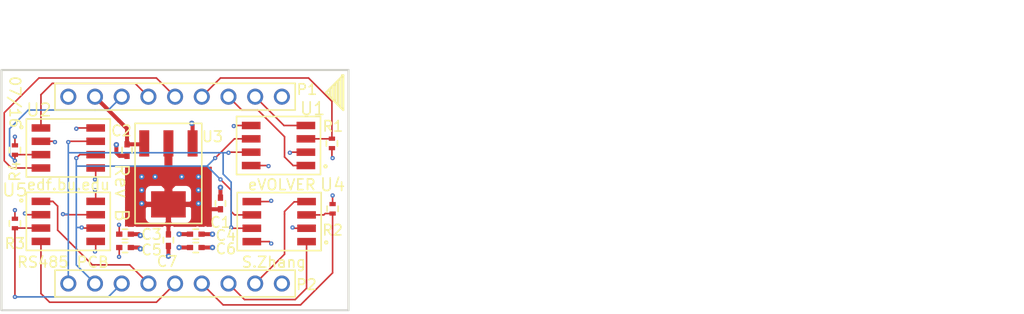
<source format=kicad_pcb>
(kicad_pcb (version 4) (generator gerbview)
  (layers (0 F.Cu signal) (1 In1.Cu signal) (2 In2.Cu signal) (31 B.Cu signal) (34 B.Paste user) (35 F.Paste user) (36 B.SilkS user) (37 F.SilkS user) (38 B.Mask user) (39 F.Mask user) (44 Edge.Cuts user))
  (gr_line (start 170.18 107.95) (end 170.18 85.09) (layer Edge.Cuts) (width 0.15))
  (gr_line (start 203.2 107.95) (end 170.18 107.95) (layer Edge.Cuts) (width 0.15))
  (gr_line (start 203.2 85.09) (end 203.2 107.95) (layer Edge.Cuts) (width 0.15))
  (gr_line (start 170.18 85.09) (end 203.2 85.09) (layer Edge.Cuts) (width 0.15))
  (gr_line (start 201.422 86.868) (end 201.422 87.63) (layer F.SilkS) (width 0.2))
  (gr_line (start 201.676 86.741) (end 201.676 87.884) (layer F.SilkS) (width 0.2))
  (gr_line (start 201.93 86.487) (end 201.93 88.011) (layer F.SilkS) (width 0.2))
  (gr_line (start 202.184 86.233) (end 202.184 88.392) (layer F.SilkS) (width 0.2))
  (gr_line (start 202.438 85.979) (end 202.438 88.646) (layer F.SilkS) (width 0.2))
  (gr_line (start 202.692 85.598) (end 202.565 85.598) (layer F.SilkS) (width 0.2))
  (gr_line (start 202.692 88.9) (end 202.692 85.598) (layer F.SilkS) (width 0.2))
  (gr_line (start 201.041 87.249) (end 202.692 88.9) (layer F.SilkS) (width 0.2))
  (gr_line (start 202.692 85.598) (end 201.041 87.249) (layer F.SilkS) (width 0.2))
  (gr_line (start 193.23352 103.78924) (end 193.37867 103.83762) (layer F.SilkS) (width 0.1524))
  (gr_line (start 193.37867 103.83762) (end 193.62057 103.83762) (layer F.SilkS) (width 0.1524))
  (gr_line (start 193.62057 103.83762) (end 193.71733 103.78924) (layer F.SilkS) (width 0.1524))
  (gr_line (start 193.71733 103.78924) (end 193.76571 103.74086) (layer F.SilkS) (width 0.1524))
  (gr_line (start 193.76571 103.74086) (end 193.8141 103.6441) (layer F.SilkS) (width 0.1524))
  (gr_line (start 193.8141 103.6441) (end 193.8141 103.54733) (layer F.SilkS) (width 0.1524))
  (gr_line (start 193.8141 103.54733) (end 193.76571 103.45057) (layer F.SilkS) (width 0.1524))
  (gr_line (start 193.76571 103.45057) (end 193.71733 103.40219) (layer F.SilkS) (width 0.1524))
  (gr_line (start 193.71733 103.40219) (end 193.62057 103.35381) (layer F.SilkS) (width 0.1524))
  (gr_line (start 193.62057 103.35381) (end 193.42705 103.30543) (layer F.SilkS) (width 0.1524))
  (gr_line (start 193.42705 103.30543) (end 193.33029 103.25705) (layer F.SilkS) (width 0.1524))
  (gr_line (start 193.33029 103.25705) (end 193.28191 103.20867) (layer F.SilkS) (width 0.1524))
  (gr_line (start 193.28191 103.20867) (end 193.23352 103.11191) (layer F.SilkS) (width 0.1524))
  (gr_line (start 193.23352 103.11191) (end 193.23352 103.01514) (layer F.SilkS) (width 0.1524))
  (gr_line (start 193.23352 103.01514) (end 193.28191 102.91838) (layer F.SilkS) (width 0.1524))
  (gr_line (start 193.28191 102.91838) (end 193.33029 102.87) (layer F.SilkS) (width 0.1524))
  (gr_line (start 193.33029 102.87) (end 193.42705 102.82162) (layer F.SilkS) (width 0.1524))
  (gr_line (start 193.42705 102.82162) (end 193.66895 102.82162) (layer F.SilkS) (width 0.1524))
  (gr_line (start 193.66895 102.82162) (end 193.8141 102.87) (layer F.SilkS) (width 0.1524))
  (gr_line (start 194.24952 103.74086) (end 194.29791 103.78924) (layer F.SilkS) (width 0.1524))
  (gr_line (start 194.29791 103.78924) (end 194.24952 103.83762) (layer F.SilkS) (width 0.1524))
  (gr_line (start 194.24952 103.83762) (end 194.20114 103.78924) (layer F.SilkS) (width 0.1524))
  (gr_line (start 194.20114 103.78924) (end 194.24952 103.74086) (layer F.SilkS) (width 0.1524))
  (gr_line (start 194.24952 103.74086) (end 194.24952 103.83762) (layer F.SilkS) (width 0.1524))
  (gr_line (start 194.63657 102.82162) (end 195.31391 102.82162) (layer F.SilkS) (width 0.1524))
  (gr_line (start 195.31391 102.82162) (end 194.63657 103.83762) (layer F.SilkS) (width 0.1524))
  (gr_line (start 194.63657 103.83762) (end 195.31391 103.83762) (layer F.SilkS) (width 0.1524))
  (gr_line (start 195.70095 103.83762) (end 195.70095 102.82162) (layer F.SilkS) (width 0.1524))
  (gr_line (start 196.13638 103.83762) (end 196.13638 103.30543) (layer F.SilkS) (width 0.1524))
  (gr_line (start 196.13638 103.30543) (end 196.088 103.20867) (layer F.SilkS) (width 0.1524))
  (gr_line (start 196.088 103.20867) (end 195.99124 103.16029) (layer F.SilkS) (width 0.1524))
  (gr_line (start 195.99124 103.16029) (end 195.8461 103.16029) (layer F.SilkS) (width 0.1524))
  (gr_line (start 195.8461 103.16029) (end 195.74933 103.20867) (layer F.SilkS) (width 0.1524))
  (gr_line (start 195.74933 103.20867) (end 195.70095 103.25705) (layer F.SilkS) (width 0.1524))
  (gr_line (start 197.05562 103.83762) (end 197.05562 103.30543) (layer F.SilkS) (width 0.1524))
  (gr_line (start 197.05562 103.30543) (end 197.00724 103.20867) (layer F.SilkS) (width 0.1524))
  (gr_line (start 197.00724 103.20867) (end 196.91048 103.16029) (layer F.SilkS) (width 0.1524))
  (gr_line (start 196.91048 103.16029) (end 196.71695 103.16029) (layer F.SilkS) (width 0.1524))
  (gr_line (start 196.71695 103.16029) (end 196.62019 103.20867) (layer F.SilkS) (width 0.1524))
  (gr_line (start 197.05562 103.78924) (end 196.95886 103.83762) (layer F.SilkS) (width 0.1524))
  (gr_line (start 196.95886 103.83762) (end 196.71695 103.83762) (layer F.SilkS) (width 0.1524))
  (gr_line (start 196.71695 103.83762) (end 196.62019 103.78924) (layer F.SilkS) (width 0.1524))
  (gr_line (start 196.62019 103.78924) (end 196.57181 103.69248) (layer F.SilkS) (width 0.1524))
  (gr_line (start 196.57181 103.69248) (end 196.57181 103.59571) (layer F.SilkS) (width 0.1524))
  (gr_line (start 196.57181 103.59571) (end 196.62019 103.49895) (layer F.SilkS) (width 0.1524))
  (gr_line (start 196.62019 103.49895) (end 196.71695 103.45057) (layer F.SilkS) (width 0.1524))
  (gr_line (start 196.71695 103.45057) (end 196.95886 103.45057) (layer F.SilkS) (width 0.1524))
  (gr_line (start 196.95886 103.45057) (end 197.05562 103.40219) (layer F.SilkS) (width 0.1524))
  (gr_line (start 197.53943 103.16029) (end 197.53943 103.83762) (layer F.SilkS) (width 0.1524))
  (gr_line (start 197.53943 103.25705) (end 197.58781 103.20867) (layer F.SilkS) (width 0.1524))
  (gr_line (start 197.58781 103.20867) (end 197.68457 103.16029) (layer F.SilkS) (width 0.1524))
  (gr_line (start 197.68457 103.16029) (end 197.82971 103.16029) (layer F.SilkS) (width 0.1524))
  (gr_line (start 197.82971 103.16029) (end 197.92648 103.20867) (layer F.SilkS) (width 0.1524))
  (gr_line (start 197.92648 103.20867) (end 197.97486 103.30543) (layer F.SilkS) (width 0.1524))
  (gr_line (start 197.97486 103.30543) (end 197.97486 103.83762) (layer F.SilkS) (width 0.1524))
  (gr_line (start 198.8941 103.16029) (end 198.8941 103.98276) (layer F.SilkS) (width 0.1524))
  (gr_line (start 198.8941 103.98276) (end 198.84571 104.07952) (layer F.SilkS) (width 0.1524))
  (gr_line (start 198.84571 104.07952) (end 198.79733 104.12791) (layer F.SilkS) (width 0.1524))
  (gr_line (start 198.79733 104.12791) (end 198.70057 104.17629) (layer F.SilkS) (width 0.1524))
  (gr_line (start 198.70057 104.17629) (end 198.55543 104.17629) (layer F.SilkS) (width 0.1524))
  (gr_line (start 198.55543 104.17629) (end 198.45867 104.12791) (layer F.SilkS) (width 0.1524))
  (gr_line (start 198.8941 103.78924) (end 198.79733 103.83762) (layer F.SilkS) (width 0.1524))
  (gr_line (start 198.79733 103.83762) (end 198.60381 103.83762) (layer F.SilkS) (width 0.1524))
  (gr_line (start 198.60381 103.83762) (end 198.50705 103.78924) (layer F.SilkS) (width 0.1524))
  (gr_line (start 198.50705 103.78924) (end 198.45867 103.74086) (layer F.SilkS) (width 0.1524))
  (gr_line (start 198.45867 103.74086) (end 198.41029 103.6441) (layer F.SilkS) (width 0.1524))
  (gr_line (start 198.41029 103.6441) (end 198.41029 103.35381) (layer F.SilkS) (width 0.1524))
  (gr_line (start 198.41029 103.35381) (end 198.45867 103.25705) (layer F.SilkS) (width 0.1524))
  (gr_line (start 198.45867 103.25705) (end 198.50705 103.20867) (layer F.SilkS) (width 0.1524))
  (gr_line (start 198.50705 103.20867) (end 198.60381 103.16029) (layer F.SilkS) (width 0.1524))
  (gr_line (start 198.60381 103.16029) (end 198.79733 103.16029) (layer F.SilkS) (width 0.1524))
  (gr_line (start 198.79733 103.16029) (end 198.8941 103.20867) (layer F.SilkS) (width 0.1524))
  (gr_line (start 172.00638 86.106) (end 172.00638 86.20276) (layer F.SilkS) (width 0.1524))
  (gr_line (start 172.00638 86.20276) (end 171.958 86.29952) (layer F.SilkS) (width 0.1524))
  (gr_line (start 171.958 86.29952) (end 171.90962 86.34791) (layer F.SilkS) (width 0.1524))
  (gr_line (start 171.90962 86.34791) (end 171.81286 86.39629) (layer F.SilkS) (width 0.1524))
  (gr_line (start 171.81286 86.39629) (end 171.61933 86.44467) (layer F.SilkS) (width 0.1524))
  (gr_line (start 171.61933 86.44467) (end 171.37743 86.44467) (layer F.SilkS) (width 0.1524))
  (gr_line (start 171.37743 86.44467) (end 171.18391 86.39629) (layer F.SilkS) (width 0.1524))
  (gr_line (start 171.18391 86.39629) (end 171.08714 86.34791) (layer F.SilkS) (width 0.1524))
  (gr_line (start 171.08714 86.34791) (end 171.03876 86.29952) (layer F.SilkS) (width 0.1524))
  (gr_line (start 171.03876 86.29952) (end 170.99038 86.20276) (layer F.SilkS) (width 0.1524))
  (gr_line (start 170.99038 86.20276) (end 170.99038 86.106) (layer F.SilkS) (width 0.1524))
  (gr_line (start 170.99038 86.106) (end 171.03876 86.00924) (layer F.SilkS) (width 0.1524))
  (gr_line (start 171.03876 86.00924) (end 171.08714 85.96086) (layer F.SilkS) (width 0.1524))
  (gr_line (start 171.08714 85.96086) (end 171.18391 85.91248) (layer F.SilkS) (width 0.1524))
  (gr_line (start 171.18391 85.91248) (end 171.37743 85.8641) (layer F.SilkS) (width 0.1524))
  (gr_line (start 171.37743 85.8641) (end 171.61933 85.8641) (layer F.SilkS) (width 0.1524))
  (gr_line (start 171.61933 85.8641) (end 171.81286 85.91248) (layer F.SilkS) (width 0.1524))
  (gr_line (start 171.81286 85.91248) (end 171.90962 85.96086) (layer F.SilkS) (width 0.1524))
  (gr_line (start 171.90962 85.96086) (end 171.958 86.00924) (layer F.SilkS) (width 0.1524))
  (gr_line (start 171.958 86.00924) (end 172.00638 86.106) (layer F.SilkS) (width 0.1524))
  (gr_line (start 172.00638 86.78333) (end 172.00638 87.46067) (layer F.SilkS) (width 0.1524))
  (gr_line (start 172.00638 87.46067) (end 170.99038 87.02524) (layer F.SilkS) (width 0.1524))
  (gr_line (start 172.05476 88.57343) (end 170.74848 87.70257) (layer F.SilkS) (width 0.1524))
  (gr_line (start 170.99038 89.44429) (end 170.99038 88.86372) (layer F.SilkS) (width 0.1524))
  (gr_line (start 170.99038 89.154) (end 172.00638 89.154) (layer F.SilkS) (width 0.1524))
  (gr_line (start 172.00638 89.154) (end 171.86124 89.05724) (layer F.SilkS) (width 0.1524))
  (gr_line (start 171.86124 89.05724) (end 171.76448 88.96048) (layer F.SilkS) (width 0.1524))
  (gr_line (start 171.76448 88.96048) (end 171.7161 88.86372) (layer F.SilkS) (width 0.1524))
  (gr_line (start 172.00638 90.31514) (end 172.00638 90.12162) (layer F.SilkS) (width 0.1524))
  (gr_line (start 172.00638 90.12162) (end 171.958 90.02486) (layer F.SilkS) (width 0.1524))
  (gr_line (start 171.958 90.02486) (end 171.90962 89.97648) (layer F.SilkS) (width 0.1524))
  (gr_line (start 171.90962 89.97648) (end 171.76448 89.87972) (layer F.SilkS) (width 0.1524))
  (gr_line (start 171.76448 89.87972) (end 171.57095 89.83133) (layer F.SilkS) (width 0.1524))
  (gr_line (start 171.57095 89.83133) (end 171.18391 89.83133) (layer F.SilkS) (width 0.1524))
  (gr_line (start 171.18391 89.83133) (end 171.08714 89.87972) (layer F.SilkS) (width 0.1524))
  (gr_line (start 171.08714 89.87972) (end 171.03876 89.9281) (layer F.SilkS) (width 0.1524))
  (gr_line (start 171.03876 89.9281) (end 170.99038 90.02486) (layer F.SilkS) (width 0.1524))
  (gr_line (start 170.99038 90.02486) (end 170.99038 90.21838) (layer F.SilkS) (width 0.1524))
  (gr_line (start 170.99038 90.21838) (end 171.03876 90.31514) (layer F.SilkS) (width 0.1524))
  (gr_line (start 171.03876 90.31514) (end 171.08714 90.36352) (layer F.SilkS) (width 0.1524))
  (gr_line (start 171.08714 90.36352) (end 171.18391 90.41191) (layer F.SilkS) (width 0.1524))
  (gr_line (start 171.18391 90.41191) (end 171.42581 90.41191) (layer F.SilkS) (width 0.1524))
  (gr_line (start 171.42581 90.41191) (end 171.52257 90.36352) (layer F.SilkS) (width 0.1524))
  (gr_line (start 171.52257 90.36352) (end 171.57095 90.31514) (layer F.SilkS) (width 0.1524))
  (gr_line (start 171.57095 90.31514) (end 171.61933 90.21838) (layer F.SilkS) (width 0.1524))
  (gr_line (start 171.61933 90.21838) (end 171.61933 90.02486) (layer F.SilkS) (width 0.1524))
  (gr_line (start 171.61933 90.02486) (end 171.57095 89.9281) (layer F.SilkS) (width 0.1524))
  (gr_line (start 171.57095 89.9281) (end 171.52257 89.87972) (layer F.SilkS) (width 0.1524))
  (gr_line (start 171.52257 89.87972) (end 171.42581 89.83133) (layer F.SilkS) (width 0.1524))
  (gr_line (start 181.03548 95.02019) (end 181.64024 94.59686) (layer F.SilkS) (width 0.1524))
  (gr_line (start 181.03548 94.29448) (end 182.30548 94.29448) (layer F.SilkS) (width 0.1524))
  (gr_line (start 182.30548 94.29448) (end 182.30548 94.77829) (layer F.SilkS) (width 0.1524))
  (gr_line (start 182.30548 94.77829) (end 182.245 94.89924) (layer F.SilkS) (width 0.1524))
  (gr_line (start 182.245 94.89924) (end 182.18452 94.95972) (layer F.SilkS) (width 0.1524))
  (gr_line (start 182.18452 94.95972) (end 182.06357 95.02019) (layer F.SilkS) (width 0.1524))
  (gr_line (start 182.06357 95.02019) (end 181.88214 95.02019) (layer F.SilkS) (width 0.1524))
  (gr_line (start 181.88214 95.02019) (end 181.76119 94.95972) (layer F.SilkS) (width 0.1524))
  (gr_line (start 181.76119 94.95972) (end 181.70071 94.89924) (layer F.SilkS) (width 0.1524))
  (gr_line (start 181.70071 94.89924) (end 181.64024 94.77829) (layer F.SilkS) (width 0.1524))
  (gr_line (start 181.64024 94.77829) (end 181.64024 94.29448) (layer F.SilkS) (width 0.1524))
  (gr_line (start 181.09595 96.04829) (end 181.03548 95.92733) (layer F.SilkS) (width 0.1524))
  (gr_line (start 181.03548 95.92733) (end 181.03548 95.68543) (layer F.SilkS) (width 0.1524))
  (gr_line (start 181.03548 95.68543) (end 181.09595 95.56448) (layer F.SilkS) (width 0.1524))
  (gr_line (start 181.09595 95.56448) (end 181.21691 95.504) (layer F.SilkS) (width 0.1524))
  (gr_line (start 181.21691 95.504) (end 181.70071 95.504) (layer F.SilkS) (width 0.1524))
  (gr_line (start 181.70071 95.504) (end 181.82167 95.56448) (layer F.SilkS) (width 0.1524))
  (gr_line (start 181.82167 95.56448) (end 181.88214 95.68543) (layer F.SilkS) (width 0.1524))
  (gr_line (start 181.88214 95.68543) (end 181.88214 95.92733) (layer F.SilkS) (width 0.1524))
  (gr_line (start 181.88214 95.92733) (end 181.82167 96.04829) (layer F.SilkS) (width 0.1524))
  (gr_line (start 181.82167 96.04829) (end 181.70071 96.10876) (layer F.SilkS) (width 0.1524))
  (gr_line (start 181.70071 96.10876) (end 181.57976 96.10876) (layer F.SilkS) (width 0.1524))
  (gr_line (start 181.57976 96.10876) (end 181.45881 95.504) (layer F.SilkS) (width 0.1524))
  (gr_line (start 181.88214 96.5321) (end 181.03548 96.83448) (layer F.SilkS) (width 0.1524))
  (gr_line (start 181.03548 96.83448) (end 181.88214 97.13686) (layer F.SilkS) (width 0.1524))
  (gr_line (start 181.70071 99.01162) (end 181.64024 99.19305) (layer F.SilkS) (width 0.1524))
  (gr_line (start 181.64024 99.19305) (end 181.57976 99.25352) (layer F.SilkS) (width 0.1524))
  (gr_line (start 181.57976 99.25352) (end 181.45881 99.314) (layer F.SilkS) (width 0.1524))
  (gr_line (start 181.45881 99.314) (end 181.27738 99.314) (layer F.SilkS) (width 0.1524))
  (gr_line (start 181.27738 99.314) (end 181.15643 99.25352) (layer F.SilkS) (width 0.1524))
  (gr_line (start 181.15643 99.25352) (end 181.09595 99.19305) (layer F.SilkS) (width 0.1524))
  (gr_line (start 181.09595 99.19305) (end 181.03548 99.0721) (layer F.SilkS) (width 0.1524))
  (gr_line (start 181.03548 99.0721) (end 181.03548 98.58829) (layer F.SilkS) (width 0.1524))
  (gr_line (start 181.03548 98.58829) (end 182.30548 98.58829) (layer F.SilkS) (width 0.1524))
  (gr_line (start 182.30548 98.58829) (end 182.30548 99.01162) (layer F.SilkS) (width 0.1524))
  (gr_line (start 182.30548 99.01162) (end 182.245 99.13257) (layer F.SilkS) (width 0.1524))
  (gr_line (start 182.245 99.13257) (end 182.18452 99.19305) (layer F.SilkS) (width 0.1524))
  (gr_line (start 182.18452 99.19305) (end 182.06357 99.25352) (layer F.SilkS) (width 0.1524))
  (gr_line (start 182.06357 99.25352) (end 181.94262 99.25352) (layer F.SilkS) (width 0.1524))
  (gr_line (start 181.94262 99.25352) (end 181.82167 99.19305) (layer F.SilkS) (width 0.1524))
  (gr_line (start 181.82167 99.19305) (end 181.76119 99.13257) (layer F.SilkS) (width 0.1524))
  (gr_line (start 181.76119 99.13257) (end 181.70071 99.01162) (layer F.SilkS) (width 0.1524))
  (gr_line (start 181.70071 99.01162) (end 181.70071 98.58829) (layer F.SilkS) (width 0.1524))
  (gr_line (start 172.49019 103.83762) (end 172.15153 103.35381) (layer F.SilkS) (width 0.1524))
  (gr_line (start 171.90962 103.83762) (end 171.90962 102.82162) (layer F.SilkS) (width 0.1524))
  (gr_line (start 171.90962 102.82162) (end 172.29667 102.82162) (layer F.SilkS) (width 0.1524))
  (gr_line (start 172.29667 102.82162) (end 172.39343 102.87) (layer F.SilkS) (width 0.1524))
  (gr_line (start 172.39343 102.87) (end 172.44181 102.91838) (layer F.SilkS) (width 0.1524))
  (gr_line (start 172.44181 102.91838) (end 172.49019 103.01514) (layer F.SilkS) (width 0.1524))
  (gr_line (start 172.49019 103.01514) (end 172.49019 103.16029) (layer F.SilkS) (width 0.1524))
  (gr_line (start 172.49019 103.16029) (end 172.44181 103.25705) (layer F.SilkS) (width 0.1524))
  (gr_line (start 172.44181 103.25705) (end 172.39343 103.30543) (layer F.SilkS) (width 0.1524))
  (gr_line (start 172.39343 103.30543) (end 172.29667 103.35381) (layer F.SilkS) (width 0.1524))
  (gr_line (start 172.29667 103.35381) (end 171.90962 103.35381) (layer F.SilkS) (width 0.1524))
  (gr_line (start 172.87724 103.78924) (end 173.02238 103.83762) (layer F.SilkS) (width 0.1524))
  (gr_line (start 173.02238 103.83762) (end 173.26429 103.83762) (layer F.SilkS) (width 0.1524))
  (gr_line (start 173.26429 103.83762) (end 173.36105 103.78924) (layer F.SilkS) (width 0.1524))
  (gr_line (start 173.36105 103.78924) (end 173.40943 103.74086) (layer F.SilkS) (width 0.1524))
  (gr_line (start 173.40943 103.74086) (end 173.45781 103.6441) (layer F.SilkS) (width 0.1524))
  (gr_line (start 173.45781 103.6441) (end 173.45781 103.54733) (layer F.SilkS) (width 0.1524))
  (gr_line (start 173.45781 103.54733) (end 173.40943 103.45057) (layer F.SilkS) (width 0.1524))
  (gr_line (start 173.40943 103.45057) (end 173.36105 103.40219) (layer F.SilkS) (width 0.1524))
  (gr_line (start 173.36105 103.40219) (end 173.26429 103.35381) (layer F.SilkS) (width 0.1524))
  (gr_line (start 173.26429 103.35381) (end 173.07076 103.30543) (layer F.SilkS) (width 0.1524))
  (gr_line (start 173.07076 103.30543) (end 172.974 103.25705) (layer F.SilkS) (width 0.1524))
  (gr_line (start 172.974 103.25705) (end 172.92562 103.20867) (layer F.SilkS) (width 0.1524))
  (gr_line (start 172.92562 103.20867) (end 172.87724 103.11191) (layer F.SilkS) (width 0.1524))
  (gr_line (start 172.87724 103.11191) (end 172.87724 103.01514) (layer F.SilkS) (width 0.1524))
  (gr_line (start 172.87724 103.01514) (end 172.92562 102.91838) (layer F.SilkS) (width 0.1524))
  (gr_line (start 172.92562 102.91838) (end 172.974 102.87) (layer F.SilkS) (width 0.1524))
  (gr_line (start 172.974 102.87) (end 173.07076 102.82162) (layer F.SilkS) (width 0.1524))
  (gr_line (start 173.07076 102.82162) (end 173.31267 102.82162) (layer F.SilkS) (width 0.1524))
  (gr_line (start 173.31267 102.82162) (end 173.45781 102.87) (layer F.SilkS) (width 0.1524))
  (gr_line (start 174.32867 103.16029) (end 174.32867 103.83762) (layer F.SilkS) (width 0.1524))
  (gr_line (start 174.08676 102.77324) (end 173.84486 103.49895) (layer F.SilkS) (width 0.1524))
  (gr_line (start 173.84486 103.49895) (end 174.47381 103.49895) (layer F.SilkS) (width 0.1524))
  (gr_line (start 175.006 103.25705) (end 174.90924 103.20867) (layer F.SilkS) (width 0.1524))
  (gr_line (start 174.90924 103.20867) (end 174.86086 103.16029) (layer F.SilkS) (width 0.1524))
  (gr_line (start 174.86086 103.16029) (end 174.81248 103.06352) (layer F.SilkS) (width 0.1524))
  (gr_line (start 174.81248 103.06352) (end 174.81248 103.01514) (layer F.SilkS) (width 0.1524))
  (gr_line (start 174.81248 103.01514) (end 174.86086 102.91838) (layer F.SilkS) (width 0.1524))
  (gr_line (start 174.86086 102.91838) (end 174.90924 102.87) (layer F.SilkS) (width 0.1524))
  (gr_line (start 174.90924 102.87) (end 175.006 102.82162) (layer F.SilkS) (width 0.1524))
  (gr_line (start 175.006 102.82162) (end 175.19952 102.82162) (layer F.SilkS) (width 0.1524))
  (gr_line (start 175.19952 102.82162) (end 175.29629 102.87) (layer F.SilkS) (width 0.1524))
  (gr_line (start 175.29629 102.87) (end 175.34467 102.91838) (layer F.SilkS) (width 0.1524))
  (gr_line (start 175.34467 102.91838) (end 175.39305 103.01514) (layer F.SilkS) (width 0.1524))
  (gr_line (start 175.39305 103.01514) (end 175.39305 103.06352) (layer F.SilkS) (width 0.1524))
  (gr_line (start 175.39305 103.06352) (end 175.34467 103.16029) (layer F.SilkS) (width 0.1524))
  (gr_line (start 175.34467 103.16029) (end 175.29629 103.20867) (layer F.SilkS) (width 0.1524))
  (gr_line (start 175.29629 103.20867) (end 175.19952 103.25705) (layer F.SilkS) (width 0.1524))
  (gr_line (start 175.19952 103.25705) (end 175.006 103.25705) (layer F.SilkS) (width 0.1524))
  (gr_line (start 175.006 103.25705) (end 174.90924 103.30543) (layer F.SilkS) (width 0.1524))
  (gr_line (start 174.90924 103.30543) (end 174.86086 103.35381) (layer F.SilkS) (width 0.1524))
  (gr_line (start 174.86086 103.35381) (end 174.81248 103.45057) (layer F.SilkS) (width 0.1524))
  (gr_line (start 174.81248 103.45057) (end 174.81248 103.6441) (layer F.SilkS) (width 0.1524))
  (gr_line (start 174.81248 103.6441) (end 174.86086 103.74086) (layer F.SilkS) (width 0.1524))
  (gr_line (start 174.86086 103.74086) (end 174.90924 103.78924) (layer F.SilkS) (width 0.1524))
  (gr_line (start 174.90924 103.78924) (end 175.006 103.83762) (layer F.SilkS) (width 0.1524))
  (gr_line (start 175.006 103.83762) (end 175.19952 103.83762) (layer F.SilkS) (width 0.1524))
  (gr_line (start 175.19952 103.83762) (end 175.29629 103.78924) (layer F.SilkS) (width 0.1524))
  (gr_line (start 175.29629 103.78924) (end 175.34467 103.74086) (layer F.SilkS) (width 0.1524))
  (gr_line (start 175.34467 103.74086) (end 175.39305 103.6441) (layer F.SilkS) (width 0.1524))
  (gr_line (start 175.39305 103.6441) (end 175.39305 103.45057) (layer F.SilkS) (width 0.1524))
  (gr_line (start 175.39305 103.45057) (end 175.34467 103.35381) (layer F.SilkS) (width 0.1524))
  (gr_line (start 175.34467 103.35381) (end 175.29629 103.30543) (layer F.SilkS) (width 0.1524))
  (gr_line (start 175.29629 103.30543) (end 175.19952 103.25705) (layer F.SilkS) (width 0.1524))
  (gr_line (start 176.31229 102.82162) (end 175.82848 102.82162) (layer F.SilkS) (width 0.1524))
  (gr_line (start 175.82848 102.82162) (end 175.7801 103.30543) (layer F.SilkS) (width 0.1524))
  (gr_line (start 175.7801 103.30543) (end 175.82848 103.25705) (layer F.SilkS) (width 0.1524))
  (gr_line (start 175.82848 103.25705) (end 175.92524 103.20867) (layer F.SilkS) (width 0.1524))
  (gr_line (start 175.92524 103.20867) (end 176.16714 103.20867) (layer F.SilkS) (width 0.1524))
  (gr_line (start 176.16714 103.20867) (end 176.26391 103.25705) (layer F.SilkS) (width 0.1524))
  (gr_line (start 176.26391 103.25705) (end 176.31229 103.30543) (layer F.SilkS) (width 0.1524))
  (gr_line (start 176.31229 103.30543) (end 176.36067 103.40219) (layer F.SilkS) (width 0.1524))
  (gr_line (start 176.36067 103.40219) (end 176.36067 103.6441) (layer F.SilkS) (width 0.1524))
  (gr_line (start 176.36067 103.6441) (end 176.31229 103.74086) (layer F.SilkS) (width 0.1524))
  (gr_line (start 176.31229 103.74086) (end 176.26391 103.78924) (layer F.SilkS) (width 0.1524))
  (gr_line (start 176.26391 103.78924) (end 176.16714 103.83762) (layer F.SilkS) (width 0.1524))
  (gr_line (start 176.16714 103.83762) (end 175.92524 103.83762) (layer F.SilkS) (width 0.1524))
  (gr_line (start 175.92524 103.83762) (end 175.82848 103.78924) (layer F.SilkS) (width 0.1524))
  (gr_line (start 175.82848 103.78924) (end 175.7801 103.74086) (layer F.SilkS) (width 0.1524))
  (gr_line (start 177.57019 103.83762) (end 177.57019 102.82162) (layer F.SilkS) (width 0.1524))
  (gr_line (start 177.57019 102.82162) (end 177.95724 102.82162) (layer F.SilkS) (width 0.1524))
  (gr_line (start 177.95724 102.82162) (end 178.054 102.87) (layer F.SilkS) (width 0.1524))
  (gr_line (start 178.054 102.87) (end 178.10238 102.91838) (layer F.SilkS) (width 0.1524))
  (gr_line (start 178.10238 102.91838) (end 178.15076 103.01514) (layer F.SilkS) (width 0.1524))
  (gr_line (start 178.15076 103.01514) (end 178.15076 103.16029) (layer F.SilkS) (width 0.1524))
  (gr_line (start 178.15076 103.16029) (end 178.10238 103.25705) (layer F.SilkS) (width 0.1524))
  (gr_line (start 178.10238 103.25705) (end 178.054 103.30543) (layer F.SilkS) (width 0.1524))
  (gr_line (start 178.054 103.30543) (end 177.95724 103.35381) (layer F.SilkS) (width 0.1524))
  (gr_line (start 177.95724 103.35381) (end 177.57019 103.35381) (layer F.SilkS) (width 0.1524))
  (gr_line (start 179.16676 103.74086) (end 179.11838 103.78924) (layer F.SilkS) (width 0.1524))
  (gr_line (start 179.11838 103.78924) (end 178.97324 103.83762) (layer F.SilkS) (width 0.1524))
  (gr_line (start 178.97324 103.83762) (end 178.87648 103.83762) (layer F.SilkS) (width 0.1524))
  (gr_line (start 178.87648 103.83762) (end 178.73133 103.78924) (layer F.SilkS) (width 0.1524))
  (gr_line (start 178.73133 103.78924) (end 178.63457 103.69248) (layer F.SilkS) (width 0.1524))
  (gr_line (start 178.63457 103.69248) (end 178.58619 103.59571) (layer F.SilkS) (width 0.1524))
  (gr_line (start 178.58619 103.59571) (end 178.53781 103.40219) (layer F.SilkS) (width 0.1524))
  (gr_line (start 178.53781 103.40219) (end 178.53781 103.25705) (layer F.SilkS) (width 0.1524))
  (gr_line (start 178.53781 103.25705) (end 178.58619 103.06352) (layer F.SilkS) (width 0.1524))
  (gr_line (start 178.58619 103.06352) (end 178.63457 102.96676) (layer F.SilkS) (width 0.1524))
  (gr_line (start 178.63457 102.96676) (end 178.73133 102.87) (layer F.SilkS) (width 0.1524))
  (gr_line (start 178.73133 102.87) (end 178.87648 102.82162) (layer F.SilkS) (width 0.1524))
  (gr_line (start 178.87648 102.82162) (end 178.97324 102.82162) (layer F.SilkS) (width 0.1524))
  (gr_line (start 178.97324 102.82162) (end 179.11838 102.87) (layer F.SilkS) (width 0.1524))
  (gr_line (start 179.11838 102.87) (end 179.16676 102.91838) (layer F.SilkS) (width 0.1524))
  (gr_line (start 179.94086 103.30543) (end 180.086 103.35381) (layer F.SilkS) (width 0.1524))
  (gr_line (start 180.086 103.35381) (end 180.13438 103.40219) (layer F.SilkS) (width 0.1524))
  (gr_line (start 180.13438 103.40219) (end 180.18276 103.49895) (layer F.SilkS) (width 0.1524))
  (gr_line (start 180.18276 103.49895) (end 180.18276 103.6441) (layer F.SilkS) (width 0.1524))
  (gr_line (start 180.18276 103.6441) (end 180.13438 103.74086) (layer F.SilkS) (width 0.1524))
  (gr_line (start 180.13438 103.74086) (end 180.086 103.78924) (layer F.SilkS) (width 0.1524))
  (gr_line (start 180.086 103.78924) (end 179.98924 103.83762) (layer F.SilkS) (width 0.1524))
  (gr_line (start 179.98924 103.83762) (end 179.60219 103.83762) (layer F.SilkS) (width 0.1524))
  (gr_line (start 179.60219 103.83762) (end 179.60219 102.82162) (layer F.SilkS) (width 0.1524))
  (gr_line (start 179.60219 102.82162) (end 179.94086 102.82162) (layer F.SilkS) (width 0.1524))
  (gr_line (start 179.94086 102.82162) (end 180.03762 102.87) (layer F.SilkS) (width 0.1524))
  (gr_line (start 180.03762 102.87) (end 180.086 102.91838) (layer F.SilkS) (width 0.1524))
  (gr_line (start 180.086 102.91838) (end 180.13438 103.01514) (layer F.SilkS) (width 0.1524))
  (gr_line (start 180.13438 103.01514) (end 180.13438 103.11191) (layer F.SilkS) (width 0.1524))
  (gr_line (start 180.13438 103.11191) (end 180.086 103.20867) (layer F.SilkS) (width 0.1524))
  (gr_line (start 180.086 103.20867) (end 180.03762 103.25705) (layer F.SilkS) (width 0.1524))
  (gr_line (start 180.03762 103.25705) (end 179.94086 103.30543) (layer F.SilkS) (width 0.1524))
  (gr_line (start 179.94086 103.30543) (end 179.60219 103.30543) (layer F.SilkS) (width 0.1524))
  (gr_line (start 194.26162 96.42324) (end 194.16486 96.47162) (layer F.SilkS) (width 0.1524))
  (gr_line (start 194.16486 96.47162) (end 193.97133 96.47162) (layer F.SilkS) (width 0.1524))
  (gr_line (start 193.97133 96.47162) (end 193.87457 96.42324) (layer F.SilkS) (width 0.1524))
  (gr_line (start 193.87457 96.42324) (end 193.82619 96.32648) (layer F.SilkS) (width 0.1524))
  (gr_line (start 193.82619 96.32648) (end 193.82619 95.93943) (layer F.SilkS) (width 0.1524))
  (gr_line (start 193.82619 95.93943) (end 193.87457 95.84267) (layer F.SilkS) (width 0.1524))
  (gr_line (start 193.87457 95.84267) (end 193.97133 95.79429) (layer F.SilkS) (width 0.1524))
  (gr_line (start 193.97133 95.79429) (end 194.16486 95.79429) (layer F.SilkS) (width 0.1524))
  (gr_line (start 194.16486 95.79429) (end 194.26162 95.84267) (layer F.SilkS) (width 0.1524))
  (gr_line (start 194.26162 95.84267) (end 194.31 95.93943) (layer F.SilkS) (width 0.1524))
  (gr_line (start 194.31 95.93943) (end 194.31 96.03619) (layer F.SilkS) (width 0.1524))
  (gr_line (start 194.31 96.03619) (end 193.82619 96.13295) (layer F.SilkS) (width 0.1524))
  (gr_line (start 194.60029 95.45562) (end 194.93895 96.47162) (layer F.SilkS) (width 0.1524))
  (gr_line (start 194.93895 96.47162) (end 195.27762 95.45562) (layer F.SilkS) (width 0.1524))
  (gr_line (start 195.80981 95.45562) (end 196.00333 95.45562) (layer F.SilkS) (width 0.1524))
  (gr_line (start 196.00333 95.45562) (end 196.1001 95.504) (layer F.SilkS) (width 0.1524))
  (gr_line (start 196.1001 95.504) (end 196.19686 95.60076) (layer F.SilkS) (width 0.1524))
  (gr_line (start 196.19686 95.60076) (end 196.24524 95.79429) (layer F.SilkS) (width 0.1524))
  (gr_line (start 196.24524 95.79429) (end 196.24524 96.13295) (layer F.SilkS) (width 0.1524))
  (gr_line (start 196.24524 96.13295) (end 196.19686 96.32648) (layer F.SilkS) (width 0.1524))
  (gr_line (start 196.19686 96.32648) (end 196.1001 96.42324) (layer F.SilkS) (width 0.1524))
  (gr_line (start 196.1001 96.42324) (end 196.00333 96.47162) (layer F.SilkS) (width 0.1524))
  (gr_line (start 196.00333 96.47162) (end 195.80981 96.47162) (layer F.SilkS) (width 0.1524))
  (gr_line (start 195.80981 96.47162) (end 195.71305 96.42324) (layer F.SilkS) (width 0.1524))
  (gr_line (start 195.71305 96.42324) (end 195.61629 96.32648) (layer F.SilkS) (width 0.1524))
  (gr_line (start 195.61629 96.32648) (end 195.56791 96.13295) (layer F.SilkS) (width 0.1524))
  (gr_line (start 195.56791 96.13295) (end 195.56791 95.79429) (layer F.SilkS) (width 0.1524))
  (gr_line (start 195.56791 95.79429) (end 195.61629 95.60076) (layer F.SilkS) (width 0.1524))
  (gr_line (start 195.61629 95.60076) (end 195.71305 95.504) (layer F.SilkS) (width 0.1524))
  (gr_line (start 195.71305 95.504) (end 195.80981 95.45562) (layer F.SilkS) (width 0.1524))
  (gr_line (start 197.16448 96.47162) (end 196.68067 96.47162) (layer F.SilkS) (width 0.1524))
  (gr_line (start 196.68067 96.47162) (end 196.68067 95.45562) (layer F.SilkS) (width 0.1524))
  (gr_line (start 197.358 95.45562) (end 197.69667 96.47162) (layer F.SilkS) (width 0.1524))
  (gr_line (start 197.69667 96.47162) (end 198.03533 95.45562) (layer F.SilkS) (width 0.1524))
  (gr_line (start 198.374 95.93943) (end 198.71267 95.93943) (layer F.SilkS) (width 0.1524))
  (gr_line (start 198.85781 96.47162) (end 198.374 96.47162) (layer F.SilkS) (width 0.1524))
  (gr_line (start 198.374 96.47162) (end 198.374 95.45562) (layer F.SilkS) (width 0.1524))
  (gr_line (start 198.374 95.45562) (end 198.85781 95.45562) (layer F.SilkS) (width 0.1524))
  (gr_line (start 199.87381 96.47162) (end 199.53514 95.98781) (layer F.SilkS) (width 0.1524))
  (gr_line (start 199.29324 96.47162) (end 199.29324 95.45562) (layer F.SilkS) (width 0.1524))
  (gr_line (start 199.29324 95.45562) (end 199.68029 95.45562) (layer F.SilkS) (width 0.1524))
  (gr_line (start 199.68029 95.45562) (end 199.77705 95.504) (layer F.SilkS) (width 0.1524))
  (gr_line (start 199.77705 95.504) (end 199.82543 95.55238) (layer F.SilkS) (width 0.1524))
  (gr_line (start 199.82543 95.55238) (end 199.87381 95.64914) (layer F.SilkS) (width 0.1524))
  (gr_line (start 199.87381 95.64914) (end 199.87381 95.79429) (layer F.SilkS) (width 0.1524))
  (gr_line (start 199.87381 95.79429) (end 199.82543 95.89105) (layer F.SilkS) (width 0.1524))
  (gr_line (start 199.82543 95.89105) (end 199.77705 95.93943) (layer F.SilkS) (width 0.1524))
  (gr_line (start 199.77705 95.93943) (end 199.68029 95.98781) (layer F.SilkS) (width 0.1524))
  (gr_line (start 199.68029 95.98781) (end 199.29324 95.98781) (layer F.SilkS) (width 0.1524))
  (gr_line (start 173.21591 96.42324) (end 173.11914 96.47162) (layer F.SilkS) (width 0.1524))
  (gr_line (start 173.11914 96.47162) (end 172.92562 96.47162) (layer F.SilkS) (width 0.1524))
  (gr_line (start 172.92562 96.47162) (end 172.82886 96.42324) (layer F.SilkS) (width 0.1524))
  (gr_line (start 172.82886 96.42324) (end 172.78048 96.32648) (layer F.SilkS) (width 0.1524))
  (gr_line (start 172.78048 96.32648) (end 172.78048 95.93943) (layer F.SilkS) (width 0.1524))
  (gr_line (start 172.78048 95.93943) (end 172.82886 95.84267) (layer F.SilkS) (width 0.1524))
  (gr_line (start 172.82886 95.84267) (end 172.92562 95.79429) (layer F.SilkS) (width 0.1524))
  (gr_line (start 172.92562 95.79429) (end 173.11914 95.79429) (layer F.SilkS) (width 0.1524))
  (gr_line (start 173.11914 95.79429) (end 173.21591 95.84267) (layer F.SilkS) (width 0.1524))
  (gr_line (start 173.21591 95.84267) (end 173.26429 95.93943) (layer F.SilkS) (width 0.1524))
  (gr_line (start 173.26429 95.93943) (end 173.26429 96.03619) (layer F.SilkS) (width 0.1524))
  (gr_line (start 173.26429 96.03619) (end 172.78048 96.13295) (layer F.SilkS) (width 0.1524))
  (gr_line (start 174.13514 96.47162) (end 174.13514 95.45562) (layer F.SilkS) (width 0.1524))
  (gr_line (start 174.13514 96.42324) (end 174.03838 96.47162) (layer F.SilkS) (width 0.1524))
  (gr_line (start 174.03838 96.47162) (end 173.84486 96.47162) (layer F.SilkS) (width 0.1524))
  (gr_line (start 173.84486 96.47162) (end 173.7481 96.42324) (layer F.SilkS) (width 0.1524))
  (gr_line (start 173.7481 96.42324) (end 173.69972 96.37486) (layer F.SilkS) (width 0.1524))
  (gr_line (start 173.69972 96.37486) (end 173.65133 96.2781) (layer F.SilkS) (width 0.1524))
  (gr_line (start 173.65133 96.2781) (end 173.65133 95.98781) (layer F.SilkS) (width 0.1524))
  (gr_line (start 173.65133 95.98781) (end 173.69972 95.89105) (layer F.SilkS) (width 0.1524))
  (gr_line (start 173.69972 95.89105) (end 173.7481 95.84267) (layer F.SilkS) (width 0.1524))
  (gr_line (start 173.7481 95.84267) (end 173.84486 95.79429) (layer F.SilkS) (width 0.1524))
  (gr_line (start 173.84486 95.79429) (end 174.03838 95.79429) (layer F.SilkS) (width 0.1524))
  (gr_line (start 174.03838 95.79429) (end 174.13514 95.84267) (layer F.SilkS) (width 0.1524))
  (gr_line (start 174.47381 95.79429) (end 174.86086 95.79429) (layer F.SilkS) (width 0.1524))
  (gr_line (start 174.61895 96.47162) (end 174.61895 95.60076) (layer F.SilkS) (width 0.1524))
  (gr_line (start 174.61895 95.60076) (end 174.66733 95.504) (layer F.SilkS) (width 0.1524))
  (gr_line (start 174.66733 95.504) (end 174.7641 95.45562) (layer F.SilkS) (width 0.1524))
  (gr_line (start 174.7641 95.45562) (end 174.86086 95.45562) (layer F.SilkS) (width 0.1524))
  (gr_line (start 175.19952 96.37486) (end 175.24791 96.42324) (layer F.SilkS) (width 0.1524))
  (gr_line (start 175.24791 96.42324) (end 175.19952 96.47162) (layer F.SilkS) (width 0.1524))
  (gr_line (start 175.19952 96.47162) (end 175.15114 96.42324) (layer F.SilkS) (width 0.1524))
  (gr_line (start 175.15114 96.42324) (end 175.19952 96.37486) (layer F.SilkS) (width 0.1524))
  (gr_line (start 175.19952 96.37486) (end 175.19952 96.47162) (layer F.SilkS) (width 0.1524))
  (gr_line (start 175.68333 96.47162) (end 175.68333 95.45562) (layer F.SilkS) (width 0.1524))
  (gr_line (start 175.68333 95.84267) (end 175.7801 95.79429) (layer F.SilkS) (width 0.1524))
  (gr_line (start 175.7801 95.79429) (end 175.97362 95.79429) (layer F.SilkS) (width 0.1524))
  (gr_line (start 175.97362 95.79429) (end 176.07038 95.84267) (layer F.SilkS) (width 0.1524))
  (gr_line (start 176.07038 95.84267) (end 176.11876 95.89105) (layer F.SilkS) (width 0.1524))
  (gr_line (start 176.11876 95.89105) (end 176.16714 95.98781) (layer F.SilkS) (width 0.1524))
  (gr_line (start 176.16714 95.98781) (end 176.16714 96.2781) (layer F.SilkS) (width 0.1524))
  (gr_line (start 176.16714 96.2781) (end 176.11876 96.37486) (layer F.SilkS) (width 0.1524))
  (gr_line (start 176.11876 96.37486) (end 176.07038 96.42324) (layer F.SilkS) (width 0.1524))
  (gr_line (start 176.07038 96.42324) (end 175.97362 96.47162) (layer F.SilkS) (width 0.1524))
  (gr_line (start 175.97362 96.47162) (end 175.7801 96.47162) (layer F.SilkS) (width 0.1524))
  (gr_line (start 175.7801 96.47162) (end 175.68333 96.42324) (layer F.SilkS) (width 0.1524))
  (gr_line (start 177.038 95.79429) (end 177.038 96.47162) (layer F.SilkS) (width 0.1524))
  (gr_line (start 176.60257 95.79429) (end 176.60257 96.32648) (layer F.SilkS) (width 0.1524))
  (gr_line (start 176.60257 96.32648) (end 176.65095 96.42324) (layer F.SilkS) (width 0.1524))
  (gr_line (start 176.65095 96.42324) (end 176.74772 96.47162) (layer F.SilkS) (width 0.1524))
  (gr_line (start 176.74772 96.47162) (end 176.89286 96.47162) (layer F.SilkS) (width 0.1524))
  (gr_line (start 176.89286 96.47162) (end 176.98962 96.42324) (layer F.SilkS) (width 0.1524))
  (gr_line (start 176.98962 96.42324) (end 177.038 96.37486) (layer F.SilkS) (width 0.1524))
  (gr_line (start 177.52181 96.37486) (end 177.57019 96.42324) (layer F.SilkS) (width 0.1524))
  (gr_line (start 177.57019 96.42324) (end 177.52181 96.47162) (layer F.SilkS) (width 0.1524))
  (gr_line (start 177.52181 96.47162) (end 177.47343 96.42324) (layer F.SilkS) (width 0.1524))
  (gr_line (start 177.47343 96.42324) (end 177.52181 96.37486) (layer F.SilkS) (width 0.1524))
  (gr_line (start 177.52181 96.37486) (end 177.52181 96.47162) (layer F.SilkS) (width 0.1524))
  (gr_line (start 178.39267 96.42324) (end 178.29591 96.47162) (layer F.SilkS) (width 0.1524))
  (gr_line (start 178.29591 96.47162) (end 178.10238 96.47162) (layer F.SilkS) (width 0.1524))
  (gr_line (start 178.10238 96.47162) (end 178.00562 96.42324) (layer F.SilkS) (width 0.1524))
  (gr_line (start 178.00562 96.42324) (end 177.95724 96.32648) (layer F.SilkS) (width 0.1524))
  (gr_line (start 177.95724 96.32648) (end 177.95724 95.93943) (layer F.SilkS) (width 0.1524))
  (gr_line (start 177.95724 95.93943) (end 178.00562 95.84267) (layer F.SilkS) (width 0.1524))
  (gr_line (start 178.00562 95.84267) (end 178.10238 95.79429) (layer F.SilkS) (width 0.1524))
  (gr_line (start 178.10238 95.79429) (end 178.29591 95.79429) (layer F.SilkS) (width 0.1524))
  (gr_line (start 178.29591 95.79429) (end 178.39267 95.84267) (layer F.SilkS) (width 0.1524))
  (gr_line (start 178.39267 95.84267) (end 178.44105 95.93943) (layer F.SilkS) (width 0.1524))
  (gr_line (start 178.44105 95.93943) (end 178.44105 96.03619) (layer F.SilkS) (width 0.1524))
  (gr_line (start 178.44105 96.03619) (end 177.95724 96.13295) (layer F.SilkS) (width 0.1524))
  (gr_line (start 179.31191 96.47162) (end 179.31191 95.45562) (layer F.SilkS) (width 0.1524))
  (gr_line (start 179.31191 96.42324) (end 179.21514 96.47162) (layer F.SilkS) (width 0.1524))
  (gr_line (start 179.21514 96.47162) (end 179.02162 96.47162) (layer F.SilkS) (width 0.1524))
  (gr_line (start 179.02162 96.47162) (end 178.92486 96.42324) (layer F.SilkS) (width 0.1524))
  (gr_line (start 178.92486 96.42324) (end 178.87648 96.37486) (layer F.SilkS) (width 0.1524))
  (gr_line (start 178.87648 96.37486) (end 178.8281 96.2781) (layer F.SilkS) (width 0.1524))
  (gr_line (start 178.8281 96.2781) (end 178.8281 95.98781) (layer F.SilkS) (width 0.1524))
  (gr_line (start 178.8281 95.98781) (end 178.87648 95.89105) (layer F.SilkS) (width 0.1524))
  (gr_line (start 178.87648 95.89105) (end 178.92486 95.84267) (layer F.SilkS) (width 0.1524))
  (gr_line (start 178.92486 95.84267) (end 179.02162 95.79429) (layer F.SilkS) (width 0.1524))
  (gr_line (start 179.02162 95.79429) (end 179.21514 95.79429) (layer F.SilkS) (width 0.1524))
  (gr_line (start 179.21514 95.79429) (end 179.31191 95.84267) (layer F.SilkS) (width 0.1524))
  (gr_line (start 180.23114 95.79429) (end 180.23114 96.47162) (layer F.SilkS) (width 0.1524))
  (gr_line (start 179.79572 95.79429) (end 179.79572 96.32648) (layer F.SilkS) (width 0.1524))
  (gr_line (start 179.79572 96.32648) (end 179.8441 96.42324) (layer F.SilkS) (width 0.1524))
  (gr_line (start 179.8441 96.42324) (end 179.94086 96.47162) (layer F.SilkS) (width 0.1524))
  (gr_line (start 179.94086 96.47162) (end 180.086 96.47162) (layer F.SilkS) (width 0.1524))
  (gr_line (start 180.086 96.47162) (end 180.18276 96.42324) (layer F.SilkS) (width 0.1524))
  (gr_line (start 180.18276 96.42324) (end 180.23114 96.37486) (layer F.SilkS) (width 0.1524))
  (gr_line (start 170.18 107.95) (end 170.18 85.09) (layer F.SilkS) (width 0.15))
  (gr_line (start 203.2 107.95) (end 170.18 107.95) (layer F.SilkS) (width 0.15))
  (gr_line (start 203.2 85.09) (end 203.2 107.95) (layer F.SilkS) (width 0.15))
  (gr_line (start 170.18 85.09) (end 203.2 85.09) (layer F.SilkS) (width 0.15))
  (gr_line (start 190.533 97.54) (end 190.533 98.04) (layer F.SilkS) (width 0.15))
  (gr_line (start 191.483 98.04) (end 191.483 97.54) (layer F.SilkS) (width 0.15))
  (gr_line (start 182.593 92.96) (end 182.593 92.46) (layer F.SilkS) (width 0.15))
  (gr_line (start 181.643 92.46) (end 181.643 92.96) (layer F.SilkS) (width 0.15))
  (gr_line (start 181.6775 101.186) (end 182.1775 101.186) (layer F.SilkS) (width 0.15))
  (gr_line (start 182.1775 100.236) (end 181.6775 100.236) (layer F.SilkS) (width 0.15))
  (gr_line (start 188.4085 101.186) (end 188.9085 101.186) (layer F.SilkS) (width 0.15))
  (gr_line (start 188.9085 100.236) (end 188.4085 100.236) (layer F.SilkS) (width 0.15))
  (gr_line (start 181.6775 102.456) (end 182.1775 102.456) (layer F.SilkS) (width 0.15))
  (gr_line (start 182.1775 101.506) (end 181.6775 101.506) (layer F.SilkS) (width 0.15))
  (gr_line (start 188.4085 102.456) (end 188.9085 102.456) (layer F.SilkS) (width 0.15))
  (gr_line (start 188.9085 101.506) (end 188.4085 101.506) (layer F.SilkS) (width 0.15))
  (gr_line (start 186.53 101.5325) (end 186.53 101.0325) (layer F.SilkS) (width 0.15))
  (gr_line (start 185.58 101.0325) (end 185.58 101.5325) (layer F.SilkS) (width 0.15))
  (gr_line (start 202.1375 92.325) (end 202.1375 91.825) (layer F.SilkS) (width 0.15))
  (gr_line (start 201.0875 91.825) (end 201.0875 92.325) (layer F.SilkS) (width 0.15))
  (gr_line (start 201.151 98.048) (end 201.151 98.548) (layer F.SilkS) (width 0.15))
  (gr_line (start 202.201 98.548) (end 202.201 98.048) (layer F.SilkS) (width 0.15))
  (gr_line (start 170.925 99.445) (end 170.925 99.945) (layer F.SilkS) (width 0.15))
  (gr_line (start 171.975 99.945) (end 171.975 99.445) (layer F.SilkS) (width 0.15))
  (gr_line (start 189.23 99.695) (end 189.23 90.17) (layer F.SilkS) (width 0.15))
  (gr_line (start 189.23 90.17) (end 182.88 90.17) (layer F.SilkS) (width 0.15))
  (gr_line (start 182.88 90.17) (end 182.88 99.695) (layer F.SilkS) (width 0.15))
  (gr_line (start 182.88 99.695) (end 189.23 99.695) (layer F.SilkS) (width 0.15))
  (gr_line (start 171.975 92.96) (end 171.975 92.46) (layer F.SilkS) (width 0.15))
  (gr_line (start 170.925 92.46) (end 170.925 92.96) (layer F.SilkS) (width 0.15))
  (gr_line (start 198.12 88.9) (end 198.12 86.36) (layer F.SilkS) (width 0.15))
  (gr_line (start 198.12 86.36) (end 175.26 86.36) (layer F.SilkS) (width 0.15))
  (gr_line (start 175.26 86.36) (end 175.26 88.9) (layer F.SilkS) (width 0.15))
  (gr_line (start 175.26 88.9) (end 198.12 88.9) (layer F.SilkS) (width 0.15))
  (gr_line (start 198.12 106.68) (end 198.12 104.14) (layer F.SilkS) (width 0.15))
  (gr_line (start 198.12 104.14) (end 175.26 104.14) (layer F.SilkS) (width 0.15))
  (gr_line (start 175.26 104.14) (end 175.26 106.68) (layer F.SilkS) (width 0.15))
  (gr_line (start 175.26 106.68) (end 198.12 106.68) (layer F.SilkS) (width 0.15))
  (gr_circle (center 201.0029 94.2594) (end 201.0597 94.2594) (layer F.SilkS) (width 0.15))
  (gr_line (start 192.54 95.0356) (end 200.525 95.0356) (layer F.SilkS) (width 0.15))
  (gr_line (start 200.525 95.0356) (end 200.525 89.5144) (layer F.SilkS) (width 0.15))
  (gr_line (start 200.525 89.5144) (end 192.54 89.5144) (layer F.SilkS) (width 0.15))
  (gr_line (start 192.54 89.5144) (end 192.54 95.0356) (layer F.SilkS) (width 0.15))
  (gr_circle (center 201.0664 101.4984) (end 201.1232 101.4984) (layer F.SilkS) (width 0.15))
  (gr_line (start 192.6035 102.2746) (end 200.5885 102.2746) (layer F.SilkS) (width 0.15))
  (gr_line (start 200.5885 102.2746) (end 200.5885 96.7534) (layer F.SilkS) (width 0.15))
  (gr_line (start 200.5885 96.7534) (end 192.6035 96.7534) (layer F.SilkS) (width 0.15))
  (gr_line (start 192.6035 96.7534) (end 192.6035 102.2746) (layer F.SilkS) (width 0.15))
  (gr_circle (center 172.0596 97.5106) (end 172.1164 97.5106) (layer F.SilkS) (width 0.15))
  (gr_line (start 180.5225 96.7344) (end 172.5375 96.7344) (layer F.SilkS) (width 0.15))
  (gr_line (start 172.5375 96.7344) (end 172.5375 102.2556) (layer F.SilkS) (width 0.15))
  (gr_line (start 172.5375 102.2556) (end 180.5225 102.2556) (layer F.SilkS) (width 0.15))
  (gr_line (start 180.5225 102.2556) (end 180.5225 96.7344) (layer F.SilkS) (width 0.15))
  (gr_circle (center 172.0596 90.5256) (end 172.1164 90.5256) (layer F.SilkS) (width 0.15))
  (gr_line (start 180.5225 89.7494) (end 172.5375 89.7494) (layer F.SilkS) (width 0.15))
  (gr_line (start 172.5375 89.7494) (end 172.5375 95.2706) (layer F.SilkS) (width 0.15))
  (gr_line (start 172.5375 95.2706) (end 180.5225 95.2706) (layer F.SilkS) (width 0.15))
  (gr_line (start 180.5225 95.2706) (end 180.5225 89.7494) (layer F.SilkS) (width 0.15))
  (gr_line (start 190.84133 99.95054) (end 190.79372 99.99816) (layer F.SilkS) (width 0.15))
  (gr_line (start 190.79372 99.99816) (end 190.65086 100.04578) (layer F.SilkS) (width 0.15))
  (gr_line (start 190.65086 100.04578) (end 190.55562 100.04578) (layer F.SilkS) (width 0.15))
  (gr_line (start 190.55562 100.04578) (end 190.41276 99.99816) (layer F.SilkS) (width 0.15))
  (gr_line (start 190.41276 99.99816) (end 190.31752 99.90292) (layer F.SilkS) (width 0.15))
  (gr_line (start 190.31752 99.90292) (end 190.26991 99.80769) (layer F.SilkS) (width 0.15))
  (gr_line (start 190.26991 99.80769) (end 190.22229 99.61721) (layer F.SilkS) (width 0.15))
  (gr_line (start 190.22229 99.61721) (end 190.22229 99.47435) (layer F.SilkS) (width 0.15))
  (gr_line (start 190.22229 99.47435) (end 190.26991 99.28388) (layer F.SilkS) (width 0.15))
  (gr_line (start 190.26991 99.28388) (end 190.31752 99.18864) (layer F.SilkS) (width 0.15))
  (gr_line (start 190.31752 99.18864) (end 190.41276 99.0934) (layer F.SilkS) (width 0.15))
  (gr_line (start 190.41276 99.0934) (end 190.55562 99.04578) (layer F.SilkS) (width 0.15))
  (gr_line (start 190.55562 99.04578) (end 190.65086 99.04578) (layer F.SilkS) (width 0.15))
  (gr_line (start 190.65086 99.04578) (end 190.79372 99.0934) (layer F.SilkS) (width 0.15))
  (gr_line (start 190.79372 99.0934) (end 190.84133 99.14102) (layer F.SilkS) (width 0.15))
  (gr_line (start 191.79372 100.04578) (end 191.22229 100.04578) (layer F.SilkS) (width 0.15))
  (gr_line (start 191.508 100.04578) (end 191.508 99.04578) (layer F.SilkS) (width 0.15))
  (gr_line (start 191.508 99.04578) (end 191.41276 99.18864) (layer F.SilkS) (width 0.15))
  (gr_line (start 191.41276 99.18864) (end 191.31752 99.28388) (layer F.SilkS) (width 0.15))
  (gr_line (start 191.31752 99.28388) (end 191.22229 99.3315) (layer F.SilkS) (width 0.15))
  (gr_line (start 181.41793 91.23834) (end 181.37032 91.28596) (layer F.SilkS) (width 0.15))
  (gr_line (start 181.37032 91.28596) (end 181.22746 91.33358) (layer F.SilkS) (width 0.15))
  (gr_line (start 181.22746 91.33358) (end 181.13222 91.33358) (layer F.SilkS) (width 0.15))
  (gr_line (start 181.13222 91.33358) (end 180.98936 91.28596) (layer F.SilkS) (width 0.15))
  (gr_line (start 180.98936 91.28596) (end 180.89412 91.19072) (layer F.SilkS) (width 0.15))
  (gr_line (start 180.89412 91.19072) (end 180.84651 91.09549) (layer F.SilkS) (width 0.15))
  (gr_line (start 180.84651 91.09549) (end 180.79889 90.90501) (layer F.SilkS) (width 0.15))
  (gr_line (start 180.79889 90.90501) (end 180.79889 90.76215) (layer F.SilkS) (width 0.15))
  (gr_line (start 180.79889 90.76215) (end 180.84651 90.57168) (layer F.SilkS) (width 0.15))
  (gr_line (start 180.84651 90.57168) (end 180.89412 90.47644) (layer F.SilkS) (width 0.15))
  (gr_line (start 180.89412 90.47644) (end 180.98936 90.3812) (layer F.SilkS) (width 0.15))
  (gr_line (start 180.98936 90.3812) (end 181.13222 90.33358) (layer F.SilkS) (width 0.15))
  (gr_line (start 181.13222 90.33358) (end 181.22746 90.33358) (layer F.SilkS) (width 0.15))
  (gr_line (start 181.22746 90.33358) (end 181.37032 90.3812) (layer F.SilkS) (width 0.15))
  (gr_line (start 181.37032 90.3812) (end 181.41793 90.42882) (layer F.SilkS) (width 0.15))
  (gr_line (start 181.79889 90.42882) (end 181.84651 90.3812) (layer F.SilkS) (width 0.15))
  (gr_line (start 181.84651 90.3812) (end 181.94174 90.33358) (layer F.SilkS) (width 0.15))
  (gr_line (start 181.94174 90.33358) (end 182.17984 90.33358) (layer F.SilkS) (width 0.15))
  (gr_line (start 182.17984 90.33358) (end 182.27508 90.3812) (layer F.SilkS) (width 0.15))
  (gr_line (start 182.27508 90.3812) (end 182.3227 90.42882) (layer F.SilkS) (width 0.15))
  (gr_line (start 182.3227 90.42882) (end 182.37032 90.52406) (layer F.SilkS) (width 0.15))
  (gr_line (start 182.37032 90.52406) (end 182.37032 90.6193) (layer F.SilkS) (width 0.15))
  (gr_line (start 182.37032 90.6193) (end 182.3227 90.76215) (layer F.SilkS) (width 0.15))
  (gr_line (start 182.3227 90.76215) (end 181.75127 91.33358) (layer F.SilkS) (width 0.15))
  (gr_line (start 181.75127 91.33358) (end 182.37032 91.33358) (layer F.SilkS) (width 0.15))
  (gr_line (start 184.28813 101.09354) (end 184.24052 101.14116) (layer F.SilkS) (width 0.15))
  (gr_line (start 184.24052 101.14116) (end 184.09766 101.18878) (layer F.SilkS) (width 0.15))
  (gr_line (start 184.09766 101.18878) (end 184.00242 101.18878) (layer F.SilkS) (width 0.15))
  (gr_line (start 184.00242 101.18878) (end 183.85956 101.14116) (layer F.SilkS) (width 0.15))
  (gr_line (start 183.85956 101.14116) (end 183.76432 101.04592) (layer F.SilkS) (width 0.15))
  (gr_line (start 183.76432 101.04592) (end 183.71671 100.95069) (layer F.SilkS) (width 0.15))
  (gr_line (start 183.71671 100.95069) (end 183.66909 100.76021) (layer F.SilkS) (width 0.15))
  (gr_line (start 183.66909 100.76021) (end 183.66909 100.61735) (layer F.SilkS) (width 0.15))
  (gr_line (start 183.66909 100.61735) (end 183.71671 100.42688) (layer F.SilkS) (width 0.15))
  (gr_line (start 183.71671 100.42688) (end 183.76432 100.33164) (layer F.SilkS) (width 0.15))
  (gr_line (start 183.76432 100.33164) (end 183.85956 100.2364) (layer F.SilkS) (width 0.15))
  (gr_line (start 183.85956 100.2364) (end 184.00242 100.18878) (layer F.SilkS) (width 0.15))
  (gr_line (start 184.00242 100.18878) (end 184.09766 100.18878) (layer F.SilkS) (width 0.15))
  (gr_line (start 184.09766 100.18878) (end 184.24052 100.2364) (layer F.SilkS) (width 0.15))
  (gr_line (start 184.24052 100.2364) (end 184.28813 100.28402) (layer F.SilkS) (width 0.15))
  (gr_line (start 184.62147 100.18878) (end 185.24052 100.18878) (layer F.SilkS) (width 0.15))
  (gr_line (start 185.24052 100.18878) (end 184.90718 100.56973) (layer F.SilkS) (width 0.15))
  (gr_line (start 184.90718 100.56973) (end 185.05004 100.56973) (layer F.SilkS) (width 0.15))
  (gr_line (start 185.05004 100.56973) (end 185.14528 100.61735) (layer F.SilkS) (width 0.15))
  (gr_line (start 185.14528 100.61735) (end 185.1929 100.66497) (layer F.SilkS) (width 0.15))
  (gr_line (start 185.1929 100.66497) (end 185.24052 100.76021) (layer F.SilkS) (width 0.15))
  (gr_line (start 185.24052 100.76021) (end 185.24052 100.99831) (layer F.SilkS) (width 0.15))
  (gr_line (start 185.24052 100.99831) (end 185.1929 101.09354) (layer F.SilkS) (width 0.15))
  (gr_line (start 185.1929 101.09354) (end 185.14528 101.14116) (layer F.SilkS) (width 0.15))
  (gr_line (start 185.14528 101.14116) (end 185.05004 101.18878) (layer F.SilkS) (width 0.15))
  (gr_line (start 185.05004 101.18878) (end 184.76432 101.18878) (layer F.SilkS) (width 0.15))
  (gr_line (start 184.76432 101.18878) (end 184.66909 101.14116) (layer F.SilkS) (width 0.15))
  (gr_line (start 184.66909 101.14116) (end 184.62147 101.09354) (layer F.SilkS) (width 0.15))
  (gr_line (start 191.34933 101.19514) (end 191.30172 101.24276) (layer F.SilkS) (width 0.15))
  (gr_line (start 191.30172 101.24276) (end 191.15886 101.29038) (layer F.SilkS) (width 0.15))
  (gr_line (start 191.15886 101.29038) (end 191.06362 101.29038) (layer F.SilkS) (width 0.15))
  (gr_line (start 191.06362 101.29038) (end 190.92076 101.24276) (layer F.SilkS) (width 0.15))
  (gr_line (start 190.92076 101.24276) (end 190.82552 101.14752) (layer F.SilkS) (width 0.15))
  (gr_line (start 190.82552 101.14752) (end 190.77791 101.05229) (layer F.SilkS) (width 0.15))
  (gr_line (start 190.77791 101.05229) (end 190.73029 100.86181) (layer F.SilkS) (width 0.15))
  (gr_line (start 190.73029 100.86181) (end 190.73029 100.71895) (layer F.SilkS) (width 0.15))
  (gr_line (start 190.73029 100.71895) (end 190.77791 100.52848) (layer F.SilkS) (width 0.15))
  (gr_line (start 190.77791 100.52848) (end 190.82552 100.43324) (layer F.SilkS) (width 0.15))
  (gr_line (start 190.82552 100.43324) (end 190.92076 100.338) (layer F.SilkS) (width 0.15))
  (gr_line (start 190.92076 100.338) (end 191.06362 100.29038) (layer F.SilkS) (width 0.15))
  (gr_line (start 191.06362 100.29038) (end 191.15886 100.29038) (layer F.SilkS) (width 0.15))
  (gr_line (start 191.15886 100.29038) (end 191.30172 100.338) (layer F.SilkS) (width 0.15))
  (gr_line (start 191.30172 100.338) (end 191.34933 100.38562) (layer F.SilkS) (width 0.15))
  (gr_line (start 192.20648 100.62371) (end 192.20648 101.29038) (layer F.SilkS) (width 0.15))
  (gr_line (start 191.96838 100.24276) (end 191.73029 100.95705) (layer F.SilkS) (width 0.15))
  (gr_line (start 191.73029 100.95705) (end 192.34933 100.95705) (layer F.SilkS) (width 0.15))
  (gr_line (start 184.28813 102.56674) (end 184.24052 102.61436) (layer F.SilkS) (width 0.15))
  (gr_line (start 184.24052 102.61436) (end 184.09766 102.66198) (layer F.SilkS) (width 0.15))
  (gr_line (start 184.09766 102.66198) (end 184.00242 102.66198) (layer F.SilkS) (width 0.15))
  (gr_line (start 184.00242 102.66198) (end 183.85956 102.61436) (layer F.SilkS) (width 0.15))
  (gr_line (start 183.85956 102.61436) (end 183.76432 102.51912) (layer F.SilkS) (width 0.15))
  (gr_line (start 183.76432 102.51912) (end 183.71671 102.42389) (layer F.SilkS) (width 0.15))
  (gr_line (start 183.71671 102.42389) (end 183.66909 102.23341) (layer F.SilkS) (width 0.15))
  (gr_line (start 183.66909 102.23341) (end 183.66909 102.09055) (layer F.SilkS) (width 0.15))
  (gr_line (start 183.66909 102.09055) (end 183.71671 101.90008) (layer F.SilkS) (width 0.15))
  (gr_line (start 183.71671 101.90008) (end 183.76432 101.80484) (layer F.SilkS) (width 0.15))
  (gr_line (start 183.76432 101.80484) (end 183.85956 101.7096) (layer F.SilkS) (width 0.15))
  (gr_line (start 183.85956 101.7096) (end 184.00242 101.66198) (layer F.SilkS) (width 0.15))
  (gr_line (start 184.00242 101.66198) (end 184.09766 101.66198) (layer F.SilkS) (width 0.15))
  (gr_line (start 184.09766 101.66198) (end 184.24052 101.7096) (layer F.SilkS) (width 0.15))
  (gr_line (start 184.24052 101.7096) (end 184.28813 101.75722) (layer F.SilkS) (width 0.15))
  (gr_line (start 185.1929 101.66198) (end 184.71671 101.66198) (layer F.SilkS) (width 0.15))
  (gr_line (start 184.71671 101.66198) (end 184.66909 102.13817) (layer F.SilkS) (width 0.15))
  (gr_line (start 184.66909 102.13817) (end 184.71671 102.09055) (layer F.SilkS) (width 0.15))
  (gr_line (start 184.71671 102.09055) (end 184.81194 102.04293) (layer F.SilkS) (width 0.15))
  (gr_line (start 184.81194 102.04293) (end 185.05004 102.04293) (layer F.SilkS) (width 0.15))
  (gr_line (start 185.05004 102.04293) (end 185.14528 102.09055) (layer F.SilkS) (width 0.15))
  (gr_line (start 185.14528 102.09055) (end 185.1929 102.13817) (layer F.SilkS) (width 0.15))
  (gr_line (start 185.1929 102.13817) (end 185.24052 102.23341) (layer F.SilkS) (width 0.15))
  (gr_line (start 185.24052 102.23341) (end 185.24052 102.47151) (layer F.SilkS) (width 0.15))
  (gr_line (start 185.24052 102.47151) (end 185.1929 102.56674) (layer F.SilkS) (width 0.15))
  (gr_line (start 185.1929 102.56674) (end 185.14528 102.61436) (layer F.SilkS) (width 0.15))
  (gr_line (start 185.14528 102.61436) (end 185.05004 102.66198) (layer F.SilkS) (width 0.15))
  (gr_line (start 185.05004 102.66198) (end 184.81194 102.66198) (layer F.SilkS) (width 0.15))
  (gr_line (start 184.81194 102.66198) (end 184.71671 102.61436) (layer F.SilkS) (width 0.15))
  (gr_line (start 184.71671 102.61436) (end 184.66909 102.56674) (layer F.SilkS) (width 0.15))
  (gr_line (start 191.34933 102.46514) (end 191.30172 102.51276) (layer F.SilkS) (width 0.15))
  (gr_line (start 191.30172 102.51276) (end 191.15886 102.56038) (layer F.SilkS) (width 0.15))
  (gr_line (start 191.15886 102.56038) (end 191.06362 102.56038) (layer F.SilkS) (width 0.15))
  (gr_line (start 191.06362 102.56038) (end 190.92076 102.51276) (layer F.SilkS) (width 0.15))
  (gr_line (start 190.92076 102.51276) (end 190.82552 102.41752) (layer F.SilkS) (width 0.15))
  (gr_line (start 190.82552 102.41752) (end 190.77791 102.32229) (layer F.SilkS) (width 0.15))
  (gr_line (start 190.77791 102.32229) (end 190.73029 102.13181) (layer F.SilkS) (width 0.15))
  (gr_line (start 190.73029 102.13181) (end 190.73029 101.98895) (layer F.SilkS) (width 0.15))
  (gr_line (start 190.73029 101.98895) (end 190.77791 101.79848) (layer F.SilkS) (width 0.15))
  (gr_line (start 190.77791 101.79848) (end 190.82552 101.70324) (layer F.SilkS) (width 0.15))
  (gr_line (start 190.82552 101.70324) (end 190.92076 101.608) (layer F.SilkS) (width 0.15))
  (gr_line (start 190.92076 101.608) (end 191.06362 101.56038) (layer F.SilkS) (width 0.15))
  (gr_line (start 191.06362 101.56038) (end 191.15886 101.56038) (layer F.SilkS) (width 0.15))
  (gr_line (start 191.15886 101.56038) (end 191.30172 101.608) (layer F.SilkS) (width 0.15))
  (gr_line (start 191.30172 101.608) (end 191.34933 101.65562) (layer F.SilkS) (width 0.15))
  (gr_line (start 192.20648 101.56038) (end 192.016 101.56038) (layer F.SilkS) (width 0.15))
  (gr_line (start 192.016 101.56038) (end 191.92076 101.608) (layer F.SilkS) (width 0.15))
  (gr_line (start 191.92076 101.608) (end 191.87314 101.65562) (layer F.SilkS) (width 0.15))
  (gr_line (start 191.87314 101.65562) (end 191.77791 101.79848) (layer F.SilkS) (width 0.15))
  (gr_line (start 191.77791 101.79848) (end 191.73029 101.98895) (layer F.SilkS) (width 0.15))
  (gr_line (start 191.73029 101.98895) (end 191.73029 102.36991) (layer F.SilkS) (width 0.15))
  (gr_line (start 191.73029 102.36991) (end 191.77791 102.46514) (layer F.SilkS) (width 0.15))
  (gr_line (start 191.77791 102.46514) (end 191.82552 102.51276) (layer F.SilkS) (width 0.15))
  (gr_line (start 191.82552 102.51276) (end 191.92076 102.56038) (layer F.SilkS) (width 0.15))
  (gr_line (start 191.92076 102.56038) (end 192.11124 102.56038) (layer F.SilkS) (width 0.15))
  (gr_line (start 192.11124 102.56038) (end 192.20648 102.51276) (layer F.SilkS) (width 0.15))
  (gr_line (start 192.20648 102.51276) (end 192.2541 102.46514) (layer F.SilkS) (width 0.15))
  (gr_line (start 192.2541 102.46514) (end 192.30172 102.36991) (layer F.SilkS) (width 0.15))
  (gr_line (start 192.30172 102.36991) (end 192.30172 102.13181) (layer F.SilkS) (width 0.15))
  (gr_line (start 192.30172 102.13181) (end 192.2541 102.03657) (layer F.SilkS) (width 0.15))
  (gr_line (start 192.2541 102.03657) (end 192.20648 101.98895) (layer F.SilkS) (width 0.15))
  (gr_line (start 192.20648 101.98895) (end 192.11124 101.94133) (layer F.SilkS) (width 0.15))
  (gr_line (start 192.11124 101.94133) (end 191.92076 101.94133) (layer F.SilkS) (width 0.15))
  (gr_line (start 191.92076 101.94133) (end 191.82552 101.98895) (layer F.SilkS) (width 0.15))
  (gr_line (start 191.82552 101.98895) (end 191.77791 102.03657) (layer F.SilkS) (width 0.15))
  (gr_line (start 191.77791 102.03657) (end 191.73029 102.13181) (layer F.SilkS) (width 0.15))
  (gr_line (start 185.76133 103.67164) (end 185.71372 103.71926) (layer F.SilkS) (width 0.15))
  (gr_line (start 185.71372 103.71926) (end 185.57086 103.76688) (layer F.SilkS) (width 0.15))
  (gr_line (start 185.57086 103.76688) (end 185.47562 103.76688) (layer F.SilkS) (width 0.15))
  (gr_line (start 185.47562 103.76688) (end 185.33276 103.71926) (layer F.SilkS) (width 0.15))
  (gr_line (start 185.33276 103.71926) (end 185.23752 103.62402) (layer F.SilkS) (width 0.15))
  (gr_line (start 185.23752 103.62402) (end 185.18991 103.52879) (layer F.SilkS) (width 0.15))
  (gr_line (start 185.18991 103.52879) (end 185.14229 103.33831) (layer F.SilkS) (width 0.15))
  (gr_line (start 185.14229 103.33831) (end 185.14229 103.19545) (layer F.SilkS) (width 0.15))
  (gr_line (start 185.14229 103.19545) (end 185.18991 103.00498) (layer F.SilkS) (width 0.15))
  (gr_line (start 185.18991 103.00498) (end 185.23752 102.90974) (layer F.SilkS) (width 0.15))
  (gr_line (start 185.23752 102.90974) (end 185.33276 102.8145) (layer F.SilkS) (width 0.15))
  (gr_line (start 185.33276 102.8145) (end 185.47562 102.76688) (layer F.SilkS) (width 0.15))
  (gr_line (start 185.47562 102.76688) (end 185.57086 102.76688) (layer F.SilkS) (width 0.15))
  (gr_line (start 185.57086 102.76688) (end 185.71372 102.8145) (layer F.SilkS) (width 0.15))
  (gr_line (start 185.71372 102.8145) (end 185.76133 102.86212) (layer F.SilkS) (width 0.15))
  (gr_line (start 186.09467 102.76688) (end 186.76133 102.76688) (layer F.SilkS) (width 0.15))
  (gr_line (start 186.76133 102.76688) (end 186.33276 103.76688) (layer F.SilkS) (width 0.15))
  (gr_line (start 201.53473 90.90178) (end 201.2014 90.42559) (layer F.SilkS) (width 0.15))
  (gr_line (start 200.96331 90.90178) (end 200.96331 89.90178) (layer F.SilkS) (width 0.15))
  (gr_line (start 200.96331 89.90178) (end 201.34426 89.90178) (layer F.SilkS) (width 0.15))
  (gr_line (start 201.34426 89.90178) (end 201.4395 89.9494) (layer F.SilkS) (width 0.15))
  (gr_line (start 201.4395 89.9494) (end 201.48712 89.99702) (layer F.SilkS) (width 0.15))
  (gr_line (start 201.48712 89.99702) (end 201.53473 90.09226) (layer F.SilkS) (width 0.15))
  (gr_line (start 201.53473 90.09226) (end 201.53473 90.23511) (layer F.SilkS) (width 0.15))
  (gr_line (start 201.53473 90.23511) (end 201.48712 90.33035) (layer F.SilkS) (width 0.15))
  (gr_line (start 201.48712 90.33035) (end 201.4395 90.37797) (layer F.SilkS) (width 0.15))
  (gr_line (start 201.4395 90.37797) (end 201.34426 90.42559) (layer F.SilkS) (width 0.15))
  (gr_line (start 201.34426 90.42559) (end 200.96331 90.42559) (layer F.SilkS) (width 0.15))
  (gr_line (start 202.48712 90.90178) (end 201.91569 90.90178) (layer F.SilkS) (width 0.15))
  (gr_line (start 202.2014 90.90178) (end 202.2014 89.90178) (layer F.SilkS) (width 0.15))
  (gr_line (start 202.2014 89.90178) (end 202.10616 90.04464) (layer F.SilkS) (width 0.15))
  (gr_line (start 202.10616 90.04464) (end 202.01092 90.13988) (layer F.SilkS) (width 0.15))
  (gr_line (start 202.01092 90.13988) (end 201.91569 90.1875) (layer F.SilkS) (width 0.15))
  (gr_line (start 201.50933 100.78238) (end 201.176 100.30619) (layer F.SilkS) (width 0.15))
  (gr_line (start 200.93791 100.78238) (end 200.93791 99.78238) (layer F.SilkS) (width 0.15))
  (gr_line (start 200.93791 99.78238) (end 201.31886 99.78238) (layer F.SilkS) (width 0.15))
  (gr_line (start 201.31886 99.78238) (end 201.4141 99.83) (layer F.SilkS) (width 0.15))
  (gr_line (start 201.4141 99.83) (end 201.46172 99.87762) (layer F.SilkS) (width 0.15))
  (gr_line (start 201.46172 99.87762) (end 201.50933 99.97286) (layer F.SilkS) (width 0.15))
  (gr_line (start 201.50933 99.97286) (end 201.50933 100.11571) (layer F.SilkS) (width 0.15))
  (gr_line (start 201.50933 100.11571) (end 201.46172 100.21095) (layer F.SilkS) (width 0.15))
  (gr_line (start 201.46172 100.21095) (end 201.4141 100.25857) (layer F.SilkS) (width 0.15))
  (gr_line (start 201.4141 100.25857) (end 201.31886 100.30619) (layer F.SilkS) (width 0.15))
  (gr_line (start 201.31886 100.30619) (end 200.93791 100.30619) (layer F.SilkS) (width 0.15))
  (gr_line (start 201.89029 99.87762) (end 201.93791 99.83) (layer F.SilkS) (width 0.15))
  (gr_line (start 201.93791 99.83) (end 202.03314 99.78238) (layer F.SilkS) (width 0.15))
  (gr_line (start 202.03314 99.78238) (end 202.27124 99.78238) (layer F.SilkS) (width 0.15))
  (gr_line (start 202.27124 99.78238) (end 202.36648 99.83) (layer F.SilkS) (width 0.15))
  (gr_line (start 202.36648 99.83) (end 202.4141 99.87762) (layer F.SilkS) (width 0.15))
  (gr_line (start 202.4141 99.87762) (end 202.46172 99.97286) (layer F.SilkS) (width 0.15))
  (gr_line (start 202.46172 99.97286) (end 202.46172 100.0681) (layer F.SilkS) (width 0.15))
  (gr_line (start 202.46172 100.0681) (end 202.4141 100.21095) (layer F.SilkS) (width 0.15))
  (gr_line (start 202.4141 100.21095) (end 201.84267 100.78238) (layer F.SilkS) (width 0.15))
  (gr_line (start 201.84267 100.78238) (end 202.46172 100.78238) (layer F.SilkS) (width 0.15))
  (gr_line (start 171.28333 102.05238) (end 170.95 101.57619) (layer F.SilkS) (width 0.15))
  (gr_line (start 170.71191 102.05238) (end 170.71191 101.05238) (layer F.SilkS) (width 0.15))
  (gr_line (start 170.71191 101.05238) (end 171.09286 101.05238) (layer F.SilkS) (width 0.15))
  (gr_line (start 171.09286 101.05238) (end 171.1881 101.1) (layer F.SilkS) (width 0.15))
  (gr_line (start 171.1881 101.1) (end 171.23572 101.14762) (layer F.SilkS) (width 0.15))
  (gr_line (start 171.23572 101.14762) (end 171.28333 101.24286) (layer F.SilkS) (width 0.15))
  (gr_line (start 171.28333 101.24286) (end 171.28333 101.38571) (layer F.SilkS) (width 0.15))
  (gr_line (start 171.28333 101.38571) (end 171.23572 101.48095) (layer F.SilkS) (width 0.15))
  (gr_line (start 171.23572 101.48095) (end 171.1881 101.52857) (layer F.SilkS) (width 0.15))
  (gr_line (start 171.1881 101.52857) (end 171.09286 101.57619) (layer F.SilkS) (width 0.15))
  (gr_line (start 171.09286 101.57619) (end 170.71191 101.57619) (layer F.SilkS) (width 0.15))
  (gr_line (start 171.61667 101.05238) (end 172.23572 101.05238) (layer F.SilkS) (width 0.15))
  (gr_line (start 172.23572 101.05238) (end 171.90238 101.43333) (layer F.SilkS) (width 0.15))
  (gr_line (start 171.90238 101.43333) (end 172.04524 101.43333) (layer F.SilkS) (width 0.15))
  (gr_line (start 172.04524 101.43333) (end 172.14048 101.48095) (layer F.SilkS) (width 0.15))
  (gr_line (start 172.14048 101.48095) (end 172.1881 101.52857) (layer F.SilkS) (width 0.15))
  (gr_line (start 172.1881 101.52857) (end 172.23572 101.62381) (layer F.SilkS) (width 0.15))
  (gr_line (start 172.23572 101.62381) (end 172.23572 101.86191) (layer F.SilkS) (width 0.15))
  (gr_line (start 172.23572 101.86191) (end 172.1881 101.95714) (layer F.SilkS) (width 0.15))
  (gr_line (start 172.1881 101.95714) (end 172.14048 102.00476) (layer F.SilkS) (width 0.15))
  (gr_line (start 172.14048 102.00476) (end 172.04524 102.05238) (layer F.SilkS) (width 0.15))
  (gr_line (start 172.04524 102.05238) (end 171.75952 102.05238) (layer F.SilkS) (width 0.15))
  (gr_line (start 171.75952 102.05238) (end 171.66429 102.00476) (layer F.SilkS) (width 0.15))
  (gr_line (start 171.66429 102.00476) (end 171.61667 101.95714) (layer F.SilkS) (width 0.15))
  (gr_line (start 189.4841 90.89238) (end 189.4841 91.70191) (layer F.SilkS) (width 0.15))
  (gr_line (start 189.4841 91.70191) (end 189.53171 91.79714) (layer F.SilkS) (width 0.15))
  (gr_line (start 189.53171 91.79714) (end 189.57933 91.84476) (layer F.SilkS) (width 0.15))
  (gr_line (start 189.57933 91.84476) (end 189.67457 91.89238) (layer F.SilkS) (width 0.15))
  (gr_line (start 189.67457 91.89238) (end 189.86505 91.89238) (layer F.SilkS) (width 0.15))
  (gr_line (start 189.86505 91.89238) (end 189.96029 91.84476) (layer F.SilkS) (width 0.15))
  (gr_line (start 189.96029 91.84476) (end 190.00791 91.79714) (layer F.SilkS) (width 0.15))
  (gr_line (start 190.00791 91.79714) (end 190.05552 91.70191) (layer F.SilkS) (width 0.15))
  (gr_line (start 190.05552 91.70191) (end 190.05552 90.89238) (layer F.SilkS) (width 0.15))
  (gr_line (start 190.43648 90.89238) (end 191.05552 90.89238) (layer F.SilkS) (width 0.15))
  (gr_line (start 191.05552 90.89238) (end 190.72219 91.27333) (layer F.SilkS) (width 0.15))
  (gr_line (start 190.72219 91.27333) (end 190.86505 91.27333) (layer F.SilkS) (width 0.15))
  (gr_line (start 190.86505 91.27333) (end 190.96029 91.32095) (layer F.SilkS) (width 0.15))
  (gr_line (start 190.96029 91.32095) (end 191.00791 91.36857) (layer F.SilkS) (width 0.15))
  (gr_line (start 191.00791 91.36857) (end 191.05552 91.46381) (layer F.SilkS) (width 0.15))
  (gr_line (start 191.05552 91.46381) (end 191.05552 91.70191) (layer F.SilkS) (width 0.15))
  (gr_line (start 191.05552 91.70191) (end 191.00791 91.79714) (layer F.SilkS) (width 0.15))
  (gr_line (start 191.00791 91.79714) (end 190.96029 91.84476) (layer F.SilkS) (width 0.15))
  (gr_line (start 190.96029 91.84476) (end 190.86505 91.89238) (layer F.SilkS) (width 0.15))
  (gr_line (start 190.86505 91.89238) (end 190.57933 91.89238) (layer F.SilkS) (width 0.15))
  (gr_line (start 190.57933 91.89238) (end 190.4841 91.84476) (layer F.SilkS) (width 0.15))
  (gr_line (start 190.4841 91.84476) (end 190.43648 91.79714) (layer F.SilkS) (width 0.15))
  (gr_line (start 171.90238 94.90867) (end 171.42619 95.242) (layer F.SilkS) (width 0.15))
  (gr_line (start 171.90238 95.4801) (end 170.90238 95.4801) (layer F.SilkS) (width 0.15))
  (gr_line (start 170.90238 95.4801) (end 170.90238 95.09914) (layer F.SilkS) (width 0.15))
  (gr_line (start 170.90238 95.09914) (end 170.95 95.0039) (layer F.SilkS) (width 0.15))
  (gr_line (start 170.95 95.0039) (end 170.99762 94.95629) (layer F.SilkS) (width 0.15))
  (gr_line (start 170.99762 94.95629) (end 171.09286 94.90867) (layer F.SilkS) (width 0.15))
  (gr_line (start 171.09286 94.90867) (end 171.23571 94.90867) (layer F.SilkS) (width 0.15))
  (gr_line (start 171.23571 94.90867) (end 171.33095 94.95629) (layer F.SilkS) (width 0.15))
  (gr_line (start 171.33095 94.95629) (end 171.37857 95.0039) (layer F.SilkS) (width 0.15))
  (gr_line (start 171.37857 95.0039) (end 171.42619 95.09914) (layer F.SilkS) (width 0.15))
  (gr_line (start 171.42619 95.09914) (end 171.42619 95.4801) (layer F.SilkS) (width 0.15))
  (gr_line (start 171.23571 94.05152) (end 171.90238 94.05152) (layer F.SilkS) (width 0.15))
  (gr_line (start 170.85476 94.28962) (end 171.56905 94.52771) (layer F.SilkS) (width 0.15))
  (gr_line (start 171.56905 94.52771) (end 171.56905 93.90867) (layer F.SilkS) (width 0.15))
  (gr_line (start 198.49951 87.39658) (end 198.49951 86.39658) (layer F.SilkS) (width 0.15))
  (gr_line (start 198.49951 86.39658) (end 198.88046 86.39658) (layer F.SilkS) (width 0.15))
  (gr_line (start 198.88046 86.39658) (end 198.9757 86.4442) (layer F.SilkS) (width 0.15))
  (gr_line (start 198.9757 86.4442) (end 199.02332 86.49182) (layer F.SilkS) (width 0.15))
  (gr_line (start 199.02332 86.49182) (end 199.07093 86.58706) (layer F.SilkS) (width 0.15))
  (gr_line (start 199.07093 86.58706) (end 199.07093 86.72991) (layer F.SilkS) (width 0.15))
  (gr_line (start 199.07093 86.72991) (end 199.02332 86.82515) (layer F.SilkS) (width 0.15))
  (gr_line (start 199.02332 86.82515) (end 198.9757 86.87277) (layer F.SilkS) (width 0.15))
  (gr_line (start 198.9757 86.87277) (end 198.88046 86.92039) (layer F.SilkS) (width 0.15))
  (gr_line (start 198.88046 86.92039) (end 198.49951 86.92039) (layer F.SilkS) (width 0.15))
  (gr_line (start 200.02332 87.39658) (end 199.45189 87.39658) (layer F.SilkS) (width 0.15))
  (gr_line (start 199.7376 87.39658) (end 199.7376 86.39658) (layer F.SilkS) (width 0.15))
  (gr_line (start 199.7376 86.39658) (end 199.64236 86.53944) (layer F.SilkS) (width 0.15))
  (gr_line (start 199.64236 86.53944) (end 199.54712 86.63468) (layer F.SilkS) (width 0.15))
  (gr_line (start 199.54712 86.63468) (end 199.45189 86.6823) (layer F.SilkS) (width 0.15))
  (gr_line (start 198.44871 105.96398) (end 198.44871 104.96398) (layer F.SilkS) (width 0.15))
  (gr_line (start 198.44871 104.96398) (end 198.82966 104.96398) (layer F.SilkS) (width 0.15))
  (gr_line (start 198.82966 104.96398) (end 198.9249 105.0116) (layer F.SilkS) (width 0.15))
  (gr_line (start 198.9249 105.0116) (end 198.97252 105.05922) (layer F.SilkS) (width 0.15))
  (gr_line (start 198.97252 105.05922) (end 199.02013 105.15446) (layer F.SilkS) (width 0.15))
  (gr_line (start 199.02013 105.15446) (end 199.02013 105.29731) (layer F.SilkS) (width 0.15))
  (gr_line (start 199.02013 105.29731) (end 198.97252 105.39255) (layer F.SilkS) (width 0.15))
  (gr_line (start 198.97252 105.39255) (end 198.9249 105.44017) (layer F.SilkS) (width 0.15))
  (gr_line (start 198.9249 105.44017) (end 198.82966 105.48779) (layer F.SilkS) (width 0.15))
  (gr_line (start 198.82966 105.48779) (end 198.44871 105.48779) (layer F.SilkS) (width 0.15))
  (gr_line (start 199.40109 105.05922) (end 199.44871 105.0116) (layer F.SilkS) (width 0.15))
  (gr_line (start 199.44871 105.0116) (end 199.54394 104.96398) (layer F.SilkS) (width 0.15))
  (gr_line (start 199.54394 104.96398) (end 199.78204 104.96398) (layer F.SilkS) (width 0.15))
  (gr_line (start 199.78204 104.96398) (end 199.87728 105.0116) (layer F.SilkS) (width 0.15))
  (gr_line (start 199.87728 105.0116) (end 199.9249 105.05922) (layer F.SilkS) (width 0.15))
  (gr_line (start 199.9249 105.05922) (end 199.97252 105.15446) (layer F.SilkS) (width 0.15))
  (gr_line (start 199.97252 105.15446) (end 199.97252 105.2497) (layer F.SilkS) (width 0.15))
  (gr_line (start 199.97252 105.2497) (end 199.9249 105.39255) (layer F.SilkS) (width 0.15))
  (gr_line (start 199.9249 105.39255) (end 199.35347 105.96398) (layer F.SilkS) (width 0.15))
  (gr_line (start 199.35347 105.96398) (end 199.97252 105.96398) (layer F.SilkS) (width 0.15))
  (gr_line (start 198.85671 88.11586) (end 198.85671 89.08729) (layer F.SilkS) (width 0.15))
  (gr_line (start 198.85671 89.08729) (end 198.91386 89.20157) (layer F.SilkS) (width 0.15))
  (gr_line (start 198.91386 89.20157) (end 198.971 89.25871) (layer F.SilkS) (width 0.15))
  (gr_line (start 198.971 89.25871) (end 199.08529 89.31586) (layer F.SilkS) (width 0.15))
  (gr_line (start 199.08529 89.31586) (end 199.31386 89.31586) (layer F.SilkS) (width 0.15))
  (gr_line (start 199.31386 89.31586) (end 199.42814 89.25871) (layer F.SilkS) (width 0.15))
  (gr_line (start 199.42814 89.25871) (end 199.48529 89.20157) (layer F.SilkS) (width 0.15))
  (gr_line (start 199.48529 89.20157) (end 199.54243 89.08729) (layer F.SilkS) (width 0.15))
  (gr_line (start 199.54243 89.08729) (end 199.54243 88.11586) (layer F.SilkS) (width 0.15))
  (gr_line (start 200.74243 89.31586) (end 200.05671 89.31586) (layer F.SilkS) (width 0.15))
  (gr_line (start 200.39957 89.31586) (end 200.39957 88.11586) (layer F.SilkS) (width 0.15))
  (gr_line (start 200.39957 88.11586) (end 200.28529 88.28729) (layer F.SilkS) (width 0.15))
  (gr_line (start 200.28529 88.28729) (end 200.171 88.40157) (layer F.SilkS) (width 0.15))
  (gr_line (start 200.171 88.40157) (end 200.05671 88.45871) (layer F.SilkS) (width 0.15))
  (gr_line (start 200.76171 95.35486) (end 200.76171 96.32629) (layer F.SilkS) (width 0.15))
  (gr_line (start 200.76171 96.32629) (end 200.81886 96.44057) (layer F.SilkS) (width 0.15))
  (gr_line (start 200.81886 96.44057) (end 200.876 96.49771) (layer F.SilkS) (width 0.15))
  (gr_line (start 200.876 96.49771) (end 200.99029 96.55486) (layer F.SilkS) (width 0.15))
  (gr_line (start 200.99029 96.55486) (end 201.21886 96.55486) (layer F.SilkS) (width 0.15))
  (gr_line (start 201.21886 96.55486) (end 201.33314 96.49771) (layer F.SilkS) (width 0.15))
  (gr_line (start 201.33314 96.49771) (end 201.39029 96.44057) (layer F.SilkS) (width 0.15))
  (gr_line (start 201.39029 96.44057) (end 201.44743 96.32629) (layer F.SilkS) (width 0.15))
  (gr_line (start 201.44743 96.32629) (end 201.44743 95.35486) (layer F.SilkS) (width 0.15))
  (gr_line (start 202.53314 95.75486) (end 202.53314 96.55486) (layer F.SilkS) (width 0.15))
  (gr_line (start 202.24743 95.29771) (end 201.96171 96.15486) (layer F.SilkS) (width 0.15))
  (gr_line (start 201.96171 96.15486) (end 202.70457 96.15486) (layer F.SilkS) (width 0.15))
  (gr_line (start 170.53571 95.86286) (end 170.53571 96.83429) (layer F.SilkS) (width 0.15))
  (gr_line (start 170.53571 96.83429) (end 170.59286 96.94857) (layer F.SilkS) (width 0.15))
  (gr_line (start 170.59286 96.94857) (end 170.65 97.00571) (layer F.SilkS) (width 0.15))
  (gr_line (start 170.65 97.00571) (end 170.76429 97.06286) (layer F.SilkS) (width 0.15))
  (gr_line (start 170.76429 97.06286) (end 170.99286 97.06286) (layer F.SilkS) (width 0.15))
  (gr_line (start 170.99286 97.06286) (end 171.10714 97.00571) (layer F.SilkS) (width 0.15))
  (gr_line (start 171.10714 97.00571) (end 171.16429 96.94857) (layer F.SilkS) (width 0.15))
  (gr_line (start 171.16429 96.94857) (end 171.22143 96.83429) (layer F.SilkS) (width 0.15))
  (gr_line (start 171.22143 96.83429) (end 171.22143 95.86286) (layer F.SilkS) (width 0.15))
  (gr_line (start 172.36429 95.86286) (end 171.79286 95.86286) (layer F.SilkS) (width 0.15))
  (gr_line (start 171.79286 95.86286) (end 171.73571 96.43429) (layer F.SilkS) (width 0.15))
  (gr_line (start 171.73571 96.43429) (end 171.79286 96.37714) (layer F.SilkS) (width 0.15))
  (gr_line (start 171.79286 96.37714) (end 171.90714 96.32) (layer F.SilkS) (width 0.15))
  (gr_line (start 171.90714 96.32) (end 172.19286 96.32) (layer F.SilkS) (width 0.15))
  (gr_line (start 172.19286 96.32) (end 172.30714 96.37714) (layer F.SilkS) (width 0.15))
  (gr_line (start 172.30714 96.37714) (end 172.36429 96.43429) (layer F.SilkS) (width 0.15))
  (gr_line (start 172.36429 96.43429) (end 172.42143 96.54857) (layer F.SilkS) (width 0.15))
  (gr_line (start 172.42143 96.54857) (end 172.42143 96.83429) (layer F.SilkS) (width 0.15))
  (gr_line (start 172.42143 96.83429) (end 172.36429 96.94857) (layer F.SilkS) (width 0.15))
  (gr_line (start 172.36429 96.94857) (end 172.30714 97.00571) (layer F.SilkS) (width 0.15))
  (gr_line (start 172.30714 97.00571) (end 172.19286 97.06286) (layer F.SilkS) (width 0.15))
  (gr_line (start 172.19286 97.06286) (end 171.90714 97.06286) (layer F.SilkS) (width 0.15))
  (gr_line (start 171.90714 97.06286) (end 171.79286 97.00571) (layer F.SilkS) (width 0.15))
  (gr_line (start 171.79286 97.00571) (end 171.73571 96.94857) (layer F.SilkS) (width 0.15))
  (gr_line (start 172.82171 88.24286) (end 172.82171 89.21429) (layer F.SilkS) (width 0.15))
  (gr_line (start 172.82171 89.21429) (end 172.87886 89.32857) (layer F.SilkS) (width 0.15))
  (gr_line (start 172.87886 89.32857) (end 172.936 89.38571) (layer F.SilkS) (width 0.15))
  (gr_line (start 172.936 89.38571) (end 173.05029 89.44286) (layer F.SilkS) (width 0.15))
  (gr_line (start 173.05029 89.44286) (end 173.27886 89.44286) (layer F.SilkS) (width 0.15))
  (gr_line (start 173.27886 89.44286) (end 173.39314 89.38571) (layer F.SilkS) (width 0.15))
  (gr_line (start 173.39314 89.38571) (end 173.45029 89.32857) (layer F.SilkS) (width 0.15))
  (gr_line (start 173.45029 89.32857) (end 173.50743 89.21429) (layer F.SilkS) (width 0.15))
  (gr_line (start 173.50743 89.21429) (end 173.50743 88.24286) (layer F.SilkS) (width 0.15))
  (gr_line (start 174.02171 88.35714) (end 174.07886 88.3) (layer F.SilkS) (width 0.15))
  (gr_line (start 174.07886 88.3) (end 174.19314 88.24286) (layer F.SilkS) (width 0.15))
  (gr_line (start 174.19314 88.24286) (end 174.47886 88.24286) (layer F.SilkS) (width 0.15))
  (gr_line (start 174.47886 88.24286) (end 174.59314 88.3) (layer F.SilkS) (width 0.15))
  (gr_line (start 174.59314 88.3) (end 174.65029 88.35714) (layer F.SilkS) (width 0.15))
  (gr_line (start 174.65029 88.35714) (end 174.70743 88.47143) (layer F.SilkS) (width 0.15))
  (gr_line (start 174.70743 88.47143) (end 174.70743 88.58571) (layer F.SilkS) (width 0.15))
  (gr_line (start 174.70743 88.58571) (end 174.65029 88.75714) (layer F.SilkS) (width 0.15))
  (gr_line (start 174.65029 88.75714) (end 173.96457 89.44286) (layer F.SilkS) (width 0.15))
  (gr_line (start 173.96457 89.44286) (end 174.70743 89.44286) (layer F.SilkS) (width 0.15))
  (segment (start 170.18 107.95) (end 170.18 85.09) (width 0.15) (layer B.Cu) (net 0))
  (segment (start 203.2 107.95) (end 170.18 107.95) (width 0.15) (layer B.Cu) (net 0))
  (segment (start 203.2 85.09) (end 203.2 107.95) (width 0.15) (layer B.Cu) (net 0))
  (segment (start 170.18 85.09) (end 203.2 85.09) (width 0.15) (layer B.Cu) (net 0))
  (segment (start 180.34 106.68) (end 181.61 105.41) (width 0.1524) (layer B.Cu) (net 0))
  (segment (start 171.704 106.68) (end 180.34 106.68) (width 0.1524) (layer B.Cu) (net 0))
  (segment (start 171.45 106.68) (end 171.704 106.68) (width 0.1524) (layer B.Cu) (net 0))
  (segment (start 191.008 95.504) (end 189.738 94.234) (width 0.1524) (layer B.Cu) (net 0))
  (segment (start 177.8 100.076) (end 177.292 100.076) (width 0.1524) (layer B.Cu) (net 0))
  (segment (start 189.738 94.234) (end 177.292 94.234) (width 0.1524) (layer B.Cu) (net 0))
  (segment (start 190.5 93.472) (end 189.738 94.234) (width 0.1524) (layer B.Cu) (net 0))
  (segment (start 177.292 103.632) (end 177.292 100.076) (width 0.1524) (layer B.Cu) (net 0))
  (segment (start 177.292 100.076) (end 177.292 94.234) (width 0.1524) (layer B.Cu) (net 0))
  (segment (start 177.292 94.234) (end 177.292 93.98) (width 0.1524) (layer B.Cu) (net 0))
  (segment (start 177.292 103.632) (end 179.07 105.41) (width 0.1524) (layer B.Cu) (net 0))
  (segment (start 177.292 93.472) (end 177.292 93.98) (width 0.1524) (layer B.Cu) (net 0))
  (segment (start 192.024 100.076) (end 192.024 98.806) (width 0.1524) (layer B.Cu) (net 0))
  (segment (start 191.262 92.964) (end 191.262 94.996) (width 0.1524) (layer B.Cu) (net 0))
  (segment (start 192.024 95.758) (end 192.024 98.806) (width 0.1524) (layer B.Cu) (net 0))
  (segment (start 191.262 94.996) (end 192.024 95.758) (width 0.1524) (layer B.Cu) (net 0))
  (segment (start 176.53 98.806) (end 176.022 98.806) (width 0.1524) (layer B.Cu) (net 0))
  (segment (start 191.77 92.964) (end 191.262 92.964) (width 0.1524) (layer B.Cu) (net 0))
  (segment (start 191.262 92.964) (end 176.53 92.964) (width 0.1524) (layer B.Cu) (net 0))
  (segment (start 176.53 105.41) (end 176.53 98.806) (width 0.1524) (layer B.Cu) (net 0))
  (segment (start 176.53 98.806) (end 176.53 92.964) (width 0.1524) (layer B.Cu) (net 0))
  (segment (start 176.53 92.964) (end 176.53 91.948) (width 0.1524) (layer B.Cu) (net 0))
  (segment (start 171.45 93.726) (end 170.942 93.218) (width 0.1524) (layer B.Cu) (net 0))
  (segment (start 170.942 93.218) (end 170.942 92.964) (width 0.1524) (layer B.Cu) (net 0))
  (segment (start 179.07 88.9) (end 180.34 88.9) (width 0.1524) (layer B.Cu) (net 0))
  (segment (start 180.34 88.9) (end 181.61 87.63) (width 0.1524) (layer B.Cu) (net 0))
  (segment (start 172.72 88.9) (end 179.07 88.9) (width 0.1524) (layer B.Cu) (net 0))
  (segment (start 170.942 90.678) (end 172.72 88.9) (width 0.1524) (layer B.Cu) (net 0))
  (segment (start 170.942 92.964) (end 170.942 90.678) (width 0.1524) (layer B.Cu) (net 0))
  (segment (start 170.18 107.95) (end 170.18 85.09) (width 0.15) (layer F.Cu) (net 0))
  (segment (start 203.2 107.95) (end 170.18 107.95) (width 0.15) (layer F.Cu) (net 0))
  (segment (start 203.2 85.09) (end 203.2 107.95) (width 0.15) (layer F.Cu) (net 0))
  (segment (start 170.18 85.09) (end 203.2 85.09) (width 0.15) (layer F.Cu) (net 0))
  (gr_poly (pts (xy 191.258 98.04) (xy 190.758 98.04) (xy 190.758 98.64) (xy 191.258 98.64)) (layer F.Cu) (width 0))
  (gr_poly (pts (xy 191.258 96.94) (xy 190.758 96.94) (xy 190.758 97.54) (xy 191.258 97.54)) (layer F.Cu) (width 0))
  (gr_poly (pts (xy 182.368 91.86) (xy 181.868 91.86) (xy 181.868 92.46) (xy 182.368 92.46)) (layer F.Cu) (width 0))
  (gr_poly (pts (xy 182.368 92.96) (xy 181.868 92.96) (xy 181.868 93.56) (xy 182.368 93.56)) (layer F.Cu) (width 0))
  (gr_poly (pts (xy 182.7775 100.461) (xy 182.1775 100.461) (xy 182.1775 100.961) (xy 182.7775 100.961)) (layer F.Cu) (width 0))
  (gr_poly (pts (xy 181.6775 100.461) (xy 181.0775 100.461) (xy 181.0775 100.961) (xy 181.6775 100.961)) (layer F.Cu) (width 0))
  (gr_poly (pts (xy 189.5085 100.461) (xy 188.9085 100.461) (xy 188.9085 100.961) (xy 189.5085 100.961)) (layer F.Cu) (width 0))
  (gr_poly (pts (xy 188.4085 100.461) (xy 187.8085 100.461) (xy 187.8085 100.961) (xy 188.4085 100.961)) (layer F.Cu) (width 0))
  (gr_poly (pts (xy 182.7775 101.731) (xy 182.1775 101.731) (xy 182.1775 102.231) (xy 182.7775 102.231)) (layer F.Cu) (width 0))
  (gr_poly (pts (xy 181.6775 101.731) (xy 181.0775 101.731) (xy 181.0775 102.231) (xy 181.6775 102.231)) (layer F.Cu) (width 0))
  (gr_poly (pts (xy 189.5085 101.731) (xy 188.9085 101.731) (xy 188.9085 102.231) (xy 189.5085 102.231)) (layer F.Cu) (width 0))
  (gr_poly (pts (xy 188.4085 101.731) (xy 187.8085 101.731) (xy 187.8085 102.231) (xy 188.4085 102.231)) (layer F.Cu) (width 0))
  (gr_poly (pts (xy 186.305 100.4325) (xy 185.805 100.4325) (xy 185.805 101.0325) (xy 186.305 101.0325)) (layer F.Cu) (width 0))
  (gr_poly (pts (xy 186.305 101.5325) (xy 185.805 101.5325) (xy 185.805 102.1325) (xy 186.305 102.1325)) (layer F.Cu) (width 0))
  (gr_poly (pts (xy 201.9125 91.425) (xy 201.3125 91.425) (xy 201.3125 91.825) (xy 201.9125 91.825)) (layer F.Cu) (width 0))
  (gr_poly (pts (xy 201.9125 92.325) (xy 201.3125 92.325) (xy 201.3125 92.725) (xy 201.9125 92.725)) (layer F.Cu) (width 0))
  (gr_poly (pts (xy 201.976 98.548) (xy 201.376 98.548) (xy 201.376 98.948) (xy 201.976 98.948)) (layer F.Cu) (width 0))
  (gr_poly (pts (xy 201.976 97.648) (xy 201.376 97.648) (xy 201.376 98.048) (xy 201.976 98.048)) (layer F.Cu) (width 0))
  (gr_poly (pts (xy 171.75 99.945) (xy 171.15 99.945) (xy 171.15 100.345) (xy 171.75 100.345)) (layer F.Cu) (width 0))
  (gr_poly (pts (xy 171.75 99.045) (xy 171.15 99.045) (xy 171.15 99.445) (xy 171.75 99.445)) (layer F.Cu) (width 0))
  (gr_poly (pts (xy 187.705 96.625) (xy 184.405 96.625) (xy 184.405 99.125) (xy 187.705 99.125)) (layer F.Cu) (width 0))
  (gr_poly (pts (xy 186.53 90.825) (xy 185.58 90.825) (xy 185.58 93.325) (xy 186.53 93.325)) (layer F.Cu) (width 0))
  (gr_poly (pts (xy 184.23 90.825) (xy 183.28 90.825) (xy 183.28 93.325) (xy 184.23 93.325)) (layer F.Cu) (width 0))
  (gr_poly (pts (xy 188.83 90.825) (xy 187.88 90.825) (xy 187.88 93.325) (xy 188.83 93.325)) (layer F.Cu) (width 0))
  (gr_poly (pts (xy 171.75 92.06) (xy 171.15 92.06) (xy 171.15 92.46) (xy 171.75 92.46)) (layer F.Cu) (width 0))
  (gr_poly (pts (xy 171.75 92.96) (xy 171.15 92.96) (xy 171.15 93.36) (xy 171.75 93.36)) (layer F.Cu) (width 0))
  (gr_poly (pts (xy 194.818 93.8244) (xy 193.04 93.8244) (xy 193.04 94.5356) (xy 194.818 94.5356)) (layer F.Cu) (width 0))
  (gr_poly (pts (xy 200.025 93.8244) (xy 198.247 93.8244) (xy 198.247 94.5356) (xy 200.025 94.5356)) (layer F.Cu) (width 0))
  (gr_poly (pts (xy 194.818 92.5544) (xy 193.04 92.5544) (xy 193.04 93.2656) (xy 194.818 93.2656)) (layer F.Cu) (width 0))
  (gr_poly (pts (xy 200.025 92.5544) (xy 198.247 92.5544) (xy 198.247 93.2656) (xy 200.025 93.2656)) (layer F.Cu) (width 0))
  (gr_poly (pts (xy 194.818 91.2844) (xy 193.04 91.2844) (xy 193.04 91.9956) (xy 194.818 91.9956)) (layer F.Cu) (width 0))
  (gr_poly (pts (xy 200.025 91.2844) (xy 198.247 91.2844) (xy 198.247 91.9956) (xy 200.025 91.9956)) (layer F.Cu) (width 0))
  (gr_poly (pts (xy 194.818 90.0144) (xy 193.04 90.0144) (xy 193.04 90.7256) (xy 194.818 90.7256)) (layer F.Cu) (width 0))
  (gr_poly (pts (xy 200.025 90.0144) (xy 198.247 90.0144) (xy 198.247 90.7256) (xy 200.025 90.7256)) (layer F.Cu) (width 0))
  (gr_poly (pts (xy 194.8815 101.0634) (xy 193.1035 101.0634) (xy 193.1035 101.7746) (xy 194.8815 101.7746)) (layer F.Cu) (width 0))
  (gr_poly (pts (xy 200.0885 101.0634) (xy 198.3105 101.0634) (xy 198.3105 101.7746) (xy 200.0885 101.7746)) (layer F.Cu) (width 0))
  (gr_poly (pts (xy 194.8815 99.7934) (xy 193.1035 99.7934) (xy 193.1035 100.5046) (xy 194.8815 100.5046)) (layer F.Cu) (width 0))
  (gr_poly (pts (xy 200.0885 99.7934) (xy 198.3105 99.7934) (xy 198.3105 100.5046) (xy 200.0885 100.5046)) (layer F.Cu) (width 0))
  (gr_poly (pts (xy 194.8815 98.5234) (xy 193.1035 98.5234) (xy 193.1035 99.2346) (xy 194.8815 99.2346)) (layer F.Cu) (width 0))
  (gr_poly (pts (xy 200.0885 98.5234) (xy 198.3105 98.5234) (xy 198.3105 99.2346) (xy 200.0885 99.2346)) (layer F.Cu) (width 0))
  (gr_poly (pts (xy 194.8815 97.2534) (xy 193.1035 97.2534) (xy 193.1035 97.9646) (xy 194.8815 97.9646)) (layer F.Cu) (width 0))
  (gr_poly (pts (xy 200.0885 97.2534) (xy 198.3105 97.2534) (xy 198.3105 97.9646) (xy 200.0885 97.9646)) (layer F.Cu) (width 0))
  (gr_poly (pts (xy 180.0225 97.2344) (xy 178.2445 97.2344) (xy 178.2445 97.9456) (xy 180.0225 97.9456)) (layer F.Cu) (width 0))
  (gr_poly (pts (xy 174.8155 97.2344) (xy 173.0375 97.2344) (xy 173.0375 97.9456) (xy 174.8155 97.9456)) (layer F.Cu) (width 0))
  (gr_poly (pts (xy 180.0225 98.5044) (xy 178.2445 98.5044) (xy 178.2445 99.2156) (xy 180.0225 99.2156)) (layer F.Cu) (width 0))
  (gr_poly (pts (xy 174.8155 98.5044) (xy 173.0375 98.5044) (xy 173.0375 99.2156) (xy 174.8155 99.2156)) (layer F.Cu) (width 0))
  (gr_poly (pts (xy 180.0225 99.7744) (xy 178.2445 99.7744) (xy 178.2445 100.4856) (xy 180.0225 100.4856)) (layer F.Cu) (width 0))
  (gr_poly (pts (xy 174.8155 99.7744) (xy 173.0375 99.7744) (xy 173.0375 100.4856) (xy 174.8155 100.4856)) (layer F.Cu) (width 0))
  (gr_poly (pts (xy 180.0225 101.0444) (xy 178.2445 101.0444) (xy 178.2445 101.7556) (xy 180.0225 101.7556)) (layer F.Cu) (width 0))
  (gr_poly (pts (xy 174.8155 101.0444) (xy 173.0375 101.0444) (xy 173.0375 101.7556) (xy 174.8155 101.7556)) (layer F.Cu) (width 0))
  (gr_poly (pts (xy 180.0225 90.2494) (xy 178.2445 90.2494) (xy 178.2445 90.9606) (xy 180.0225 90.9606)) (layer F.Cu) (width 0))
  (gr_poly (pts (xy 174.8155 90.2494) (xy 173.0375 90.2494) (xy 173.0375 90.9606) (xy 174.8155 90.9606)) (layer F.Cu) (width 0))
  (gr_poly (pts (xy 180.0225 91.5194) (xy 178.2445 91.5194) (xy 178.2445 92.2306) (xy 180.0225 92.2306)) (layer F.Cu) (width 0))
  (gr_poly (pts (xy 174.8155 91.5194) (xy 173.0375 91.5194) (xy 173.0375 92.2306) (xy 174.8155 92.2306)) (layer F.Cu) (width 0))
  (gr_poly (pts (xy 180.0225 92.7894) (xy 178.2445 92.7894) (xy 178.2445 93.5006) (xy 180.0225 93.5006)) (layer F.Cu) (width 0))
  (gr_poly (pts (xy 174.8155 92.7894) (xy 173.0375 92.7894) (xy 173.0375 93.5006) (xy 174.8155 93.5006)) (layer F.Cu) (width 0))
  (gr_poly (pts (xy 180.0225 94.0594) (xy 178.2445 94.0594) (xy 178.2445 94.7706) (xy 180.0225 94.7706)) (layer F.Cu) (width 0))
  (gr_poly (pts (xy 174.8155 94.0594) (xy 173.0375 94.0594) (xy 173.0375 94.7706) (xy 174.8155 94.7706)) (layer F.Cu) (width 0))
  (segment (start 186.055 101.8325) (end 186.055 102.8065) (width 0.381) (layer F.Cu) (net 0))
  (segment (start 193.9925 97.609) (end 195.761 97.609) (width 0.1524) (layer F.Cu) (net 0))
  (segment (start 195.761 97.609) (end 195.834 97.536) (width 0.1524) (layer F.Cu) (net 0))
  (segment (start 199.1995 100.149) (end 197.939 100.149) (width 0.1524) (layer F.Cu) (net 0))
  (segment (start 197.939 100.149) (end 197.866 100.076) (width 0.1524) (layer F.Cu) (net 0))
  (segment (start 191.008 97.24) (end 191.008 96.266) (width 0.381) (layer F.Cu) (net 0))
  (segment (start 182.118 93.26) (end 181.398 93.26) (width 0.381) (layer F.Cu) (net 0))
  (segment (start 181.102 92.964) (end 181.102 92.202) (width 0.381) (layer F.Cu) (net 0))
  (segment (start 181.398 93.26) (end 181.102 92.964) (width 0.381) (layer F.Cu) (net 0))
  (segment (start 173.9265 91.875) (end 175.187 91.875) (width 0.1524) (layer F.Cu) (net 0))
  (segment (start 175.187 91.875) (end 175.26 91.948) (width 0.1524) (layer F.Cu) (net 0))
  (segment (start 193.929 90.37) (end 192.332 90.37) (width 0.1524) (layer F.Cu) (net 0))
  (segment (start 192.332 90.37) (end 192.278 90.424) (width 0.1524) (layer F.Cu) (net 0))
  (segment (start 199.136 92.91) (end 197.666 92.91) (width 0.1524) (layer F.Cu) (net 0))
  (segment (start 197.666 92.91) (end 197.612 92.964) (width 0.1524) (layer F.Cu) (net 0))
  (segment (start 201.6125 92.525) (end 201.6125 93.4085) (width 0.1524) (layer F.Cu) (net 0))
  (segment (start 201.6125 93.4085) (end 201.676 93.472) (width 0.1524) (layer F.Cu) (net 0))
  (segment (start 201.676 97.848) (end 201.676 97.028) (width 0.1524) (layer F.Cu) (net 0))
  (segment (start 181.3775 101.981) (end 181.3775 102.8485) (width 0.1524) (layer F.Cu) (net 0))
  (segment (start 181.3775 102.8485) (end 181.356 102.87) (width 0.1524) (layer F.Cu) (net 0))
  (segment (start 181.3775 100.711) (end 181.3775 99.8435) (width 0.1524) (layer F.Cu) (net 0))
  (segment (start 181.3775 99.8435) (end 181.356 99.822) (width 0.1524) (layer F.Cu) (net 0))
  (segment (start 179.1335 94.415) (end 179.1335 95.4405) (width 0.1524) (layer F.Cu) (net 0))
  (segment (start 179.1335 95.4405) (end 179.07 95.504) (width 0.1524) (layer F.Cu) (net 0))
  (segment (start 179.1335 101.4) (end 179.1335 102.2985) (width 0.1524) (layer F.Cu) (net 0))
  (segment (start 179.1335 102.2985) (end 179.07 102.362) (width 0.1524) (layer F.Cu) (net 0))
  (segment (start 171.45 92.26) (end 171.45 91.44) (width 0.1524) (layer F.Cu) (net 0))
  (segment (start 171.45 99.245) (end 171.45 98.425) (width 0.1524) (layer F.Cu) (net 0))
  (segment (start 173.9265 98.86) (end 172.52 98.86) (width 0.1524) (layer F.Cu) (net 0))
  (segment (start 172.52 98.86) (end 172.4025 98.7425) (width 0.1524) (layer F.Cu) (net 0))
  (segment (start 188.1085 101.981) (end 187.071 101.981) (width 0.381) (layer F.Cu) (net 0))
  (segment (start 188.1085 100.711) (end 187.071 100.711) (width 0.381) (layer F.Cu) (net 0))
  (segment (start 188.355 92.075) (end 188.355 90.2475) (width 0.381) (layer F.Cu) (net 0))
  (segment (start 188.355 90.2475) (end 188.2775 90.17) (width 0.381) (layer F.Cu) (net 0))
  (segment (start 193.9925 101.419) (end 195.653 101.419) (width 0.1524) (layer F.Cu) (net 0))
  (segment (start 195.653 101.419) (end 195.834 101.6) (width 0.1524) (layer F.Cu) (net 0))
  (segment (start 182.4775 101.981) (end 183.261 101.981) (width 0.381) (layer F.Cu) (net 0))
  (segment (start 183.261 101.981) (end 183.388 102.108) (width 0.381) (layer F.Cu) (net 0))
  (segment (start 182.4775 100.711) (end 183.261 100.711) (width 0.381) (layer F.Cu) (net 0))
  (segment (start 183.261 100.711) (end 183.388 100.838) (width 0.381) (layer F.Cu) (net 0))
  (segment (start 186.055 100.7325) (end 186.055 97.875) (width 0.381) (layer F.Cu) (net 0))
  (segment (start 191.008 98.34) (end 188.9125 98.34) (width 0.381) (layer F.Cu) (net 0))
  (segment (start 188.976 98.298) (end 188.9125 98.298) (width 0.381) (layer F.Cu) (net 0))
  (segment (start 188.9545 98.298) (end 188.976 98.298) (width 0.381) (layer F.Cu) (net 0))
  (segment (start 188.9125 98.34) (end 188.9545 98.298) (width 0.381) (layer F.Cu) (net 0))
  (segment (start 179.1335 90.605) (end 177.365 90.605) (width 0.1524) (layer F.Cu) (net 0))
  (segment (start 177.365 90.605) (end 177.292 90.678) (width 0.1524) (layer F.Cu) (net 0))
  (segment (start 193.929 94.18) (end 195.526 94.18) (width 0.1524) (layer F.Cu) (net 0))
  (segment (start 195.526 94.18) (end 195.58 94.234) (width 0.1524) (layer F.Cu) (net 0))
  (segment (start 179.1335 97.59) (end 179.1335 96.5835) (width 0.1524) (layer F.Cu) (net 0))
  (segment (start 179.1335 96.5835) (end 179.07 96.52) (width 0.1524) (layer F.Cu) (net 0))
  (segment (start 189.2085 100.711) (end 190.246 100.711) (width 0.381) (layer F.Cu) (net 0))
  (segment (start 189.2085 101.981) (end 190.246 101.981) (width 0.381) (layer F.Cu) (net 0))
  (segment (start 183.515 96.52) (end 183.515 95.25) (width 0.381) (layer F.Cu) (net 0))
  (segment (start 186.055 96.52) (end 184.785 95.25) (width 0.381) (layer F.Cu) (net 0))
  (segment (start 183.515 95.25) (end 184.785 95.25) (width 0.381) (layer F.Cu) (net 0))
  (segment (start 183.515 96.52) (end 183.515 97.79) (width 0.381) (layer F.Cu) (net 0))
  (segment (start 186.055 97.875) (end 186.055 96.52) (width 0.381) (layer F.Cu) (net 0))
  (segment (start 188.9125 99.78) (end 188.9125 99.3775) (width 0.381) (layer F.Cu) (net 0))
  (segment (start 188.9125 99.3775) (end 188.9125 98.7425) (width 0.381) (layer F.Cu) (net 0))
  (segment (start 188.9125 98.7425) (end 188.9125 98.552) (width 0.381) (layer F.Cu) (net 0))
  (segment (start 188.9125 98.552) (end 188.9125 98.298) (width 0.381) (layer F.Cu) (net 0))
  (segment (start 188.9125 98.298) (end 188.9125 97.79) (width 0.381) (layer F.Cu) (net 0))
  (segment (start 188.9125 96.52) (end 188.9125 95.25) (width 0.381) (layer F.Cu) (net 0))
  (segment (start 186.055 96.52) (end 187.325 95.25) (width 0.381) (layer F.Cu) (net 0))
  (segment (start 188.9125 95.25) (end 187.325 95.25) (width 0.381) (layer F.Cu) (net 0))
  (segment (start 188.9125 97.79) (end 188.9125 96.52) (width 0.381) (layer F.Cu) (net 0))
  (segment (start 186.055 92.075) (end 186.055 97.875) (width 0.762) (layer F.Cu) (net 0))
  (segment (start 182.118 92.16) (end 183.67 92.16) (width 0.381) (layer F.Cu) (net 0))
  (segment (start 183.67 92.16) (end 183.755 92.075) (width 0.381) (layer F.Cu) (net 0))
  (segment (start 179.07 87.63) (end 181.356 89.916) (width 0.381) (layer F.Cu) (net 0))
  (segment (start 182.118 90.678) (end 182.118 92.16) (width 0.381) (layer F.Cu) (net 0))
  (segment (start 181.356 89.916) (end 182.118 90.678) (width 0.381) (layer F.Cu) (net 0))
  (segment (start 183.6 91.92) (end 183.755 92.075) (width 0.381) (layer F.Cu) (net 0))
  (segment (start 199.136 90.37) (end 197.05 90.37) (width 0.1524) (layer F.Cu) (net 0))
  (segment (start 197.05 90.37) (end 194.31 87.63) (width 0.1524) (layer F.Cu) (net 0))
  (segment (start 199.136 94.18) (end 197.92 94.18) (width 0.1524) (layer F.Cu) (net 0))
  (segment (start 197.104 91.44) (end 195.326 89.662) (width 0.1524) (layer F.Cu) (net 0))
  (segment (start 197.104 93.364) (end 197.104 91.44) (width 0.1524) (layer F.Cu) (net 0))
  (segment (start 197.92 94.18) (end 197.104 93.364) (width 0.1524) (layer F.Cu) (net 0))
  (segment (start 193.04 88.9) (end 191.77 87.63) (width 0.1524) (layer F.Cu) (net 0))
  (segment (start 194.564 88.9) (end 193.04 88.9) (width 0.1524) (layer F.Cu) (net 0))
  (segment (start 195.326 89.662) (end 194.564 88.9) (width 0.1524) (layer F.Cu) (net 0))
  (segment (start 201.6125 91.625) (end 201.6125 88.0745) (width 0.1524) (layer F.Cu) (net 0))
  (segment (start 191.008 85.852) (end 189.23 87.63) (width 0.1524) (layer F.Cu) (net 0))
  (segment (start 199.39 85.852) (end 191.008 85.852) (width 0.1524) (layer F.Cu) (net 0))
  (segment (start 201.6125 88.0745) (end 199.39 85.852) (width 0.1524) (layer F.Cu) (net 0))
  (segment (start 199.136 91.64) (end 201.5975 91.64) (width 0.1524) (layer F.Cu) (net 0))
  (segment (start 201.5975 91.64) (end 201.6125 91.625) (width 0.1524) (layer F.Cu) (net 0))
  (segment (start 173.9265 94.415) (end 171.123 94.415) (width 0.1524) (layer F.Cu) (net 0))
  (segment (start 171.123 94.415) (end 170.434 93.726) (width 0.1524) (layer F.Cu) (net 0))
  (segment (start 184.912 85.852) (end 186.69 87.63) (width 0.1524) (layer F.Cu) (net 0))
  (segment (start 173.736 85.852) (end 184.912 85.852) (width 0.1524) (layer F.Cu) (net 0))
  (segment (start 170.434 89.154) (end 173.736 85.852) (width 0.1524) (layer F.Cu) (net 0))
  (segment (start 170.434 93.726) (end 170.434 89.154) (width 0.1524) (layer F.Cu) (net 0))
  (segment (start 173.9265 90.605) (end 173.9265 87.4395) (width 0.1524) (layer F.Cu) (net 0))
  (segment (start 182.88 86.36) (end 184.15 87.63) (width 0.1524) (layer F.Cu) (net 0))
  (segment (start 175.006 86.36) (end 182.88 86.36) (width 0.1524) (layer F.Cu) (net 0))
  (segment (start 173.9265 87.4395) (end 175.006 86.36) (width 0.1524) (layer F.Cu) (net 0))
  (segment (start 197.104 98.806) (end 197.104 98.552) (width 0.1524) (layer F.Cu) (net 0))
  (segment (start 198.0184 97.6376) (end 199.1995 97.6376) (width 0.1524) (layer F.Cu) (net 0))
  (segment (start 197.104 98.552) (end 198.0184 97.6376) (width 0.1524) (layer F.Cu) (net 0))
  (segment (start 199.1995 97.6376) (end 199.1995 97.609) (width 0.1524) (layer F.Cu) (net 0))
  (segment (start 197.104 102.616) (end 194.31 105.41) (width 0.1524) (layer F.Cu) (net 0))
  (segment (start 197.104 98.806) (end 197.104 102.616) (width 0.1524) (layer F.Cu) (net 0))
  (segment (start 199.1995 101.419) (end 199.1995 105.8545) (width 0.1524) (layer F.Cu) (net 0))
  (segment (start 193.294 106.934) (end 191.77 105.41) (width 0.1524) (layer F.Cu) (net 0))
  (segment (start 198.12 106.934) (end 193.294 106.934) (width 0.1524) (layer F.Cu) (net 0))
  (segment (start 199.1995 105.8545) (end 198.12 106.934) (width 0.1524) (layer F.Cu) (net 0))
  (segment (start 201.676 98.748) (end 200.972 98.748) (width 0.1524) (layer F.Cu) (net 0))
  (segment (start 200.841 98.879) (end 199.1995 98.879) (width 0.1524) (layer F.Cu) (net 0))
  (segment (start 200.972 98.748) (end 200.841 98.879) (width 0.1524) (layer F.Cu) (net 0))
  (segment (start 189.23 105.41) (end 191.262 107.442) (width 0.1524) (layer F.Cu) (net 0))
  (segment (start 198.628 107.442) (end 199.136 106.934) (width 0.1524) (layer F.Cu) (net 0))
  (segment (start 191.262 107.442) (end 198.628 107.442) (width 0.1524) (layer F.Cu) (net 0))
  (segment (start 201.676 98.748) (end 201.676 104.394) (width 0.1524) (layer F.Cu) (net 0))
  (segment (start 201.676 104.394) (end 199.136 106.934) (width 0.1524) (layer F.Cu) (net 0))
  (segment (start 201.5975 98.752) (end 201.6125 98.737) (width 0.1524) (layer F.Cu) (net 0))
  (segment (start 186.69 105.41) (end 184.912 107.188) (width 0.1524) (layer F.Cu) (net 0))
  (segment (start 184.912 107.188) (end 174.752 107.188) (width 0.1524) (layer F.Cu) (net 0))
  (segment (start 174.752 107.188) (end 173.9265 106.3625) (width 0.1524) (layer F.Cu) (net 0))
  (segment (start 173.9265 106.3625) (end 173.9265 101.4) (width 0.1524) (layer F.Cu) (net 0))
  (segment (start 173.9265 97.59) (end 175.06 97.59) (width 0.1524) (layer F.Cu) (net 0))
  (segment (start 175.514 100.33) (end 176.784 101.6) (width 0.1524) (layer F.Cu) (net 0))
  (segment (start 175.514 98.044) (end 175.514 100.33) (width 0.1524) (layer F.Cu) (net 0))
  (segment (start 175.06 97.59) (end 175.514 98.044) (width 0.1524) (layer F.Cu) (net 0))
  (segment (start 182.372 103.632) (end 184.15 105.41) (width 0.1524) (layer F.Cu) (net 0))
  (segment (start 178.816 103.632) (end 182.372 103.632) (width 0.1524) (layer F.Cu) (net 0))
  (segment (start 176.784 101.6) (end 178.816 103.632) (width 0.1524) (layer F.Cu) (net 0))
  (segment (start 173.9265 97.59) (end 174.952 97.59) (width 0.1524) (layer F.Cu) (net 0))
  (segment (start 173.9265 97.59) (end 174.952 97.59) (width 0.1524) (layer F.Cu) (net 0))
  (segment (start 173.9805 97.536) (end 173.9265 97.59) (width 0.1524) (layer F.Cu) (net 0))
  (segment (start 171.45 100.145) (end 171.45 106.68) (width 0.1524) (layer F.Cu) (net 0))
  (segment (start 171.45 100.33) (end 171.45 100.145) (width 0.1524) (layer F.Cu) (net 0))
  (segment (start 173.9265 100.13) (end 171.465 100.13) (width 0.1524) (layer F.Cu) (net 0))
  (segment (start 171.465 100.13) (end 171.45 100.145) (width 0.1524) (layer F.Cu) (net 0))
  (segment (start 171.465 100.13) (end 171.45 100.145) (width 0.1524) (layer F.Cu) (net 0))
  (segment (start 193.9925 98.879) (end 192.351 98.879) (width 0.1524) (layer F.Cu) (net 0))
  (segment (start 192.024 98.552) (end 192.024 97.028) (width 0.1524) (layer F.Cu) (net 0))
  (segment (start 192.351 98.879) (end 192.024 98.552) (width 0.1524) (layer F.Cu) (net 0))
  (segment (start 192.024 96.52) (end 191.008 95.504) (width 0.1524) (layer F.Cu) (net 0))
  (segment (start 192.024 97.028) (end 192.024 96.52) (width 0.1524) (layer F.Cu) (net 0))
  (segment (start 179.1335 100.13) (end 177.854 100.13) (width 0.1524) (layer F.Cu) (net 0))
  (segment (start 177.854 100.13) (end 177.8 100.076) (width 0.1524) (layer F.Cu) (net 0))
  (segment (start 193.929 91.64) (end 192.332 91.64) (width 0.1524) (layer F.Cu) (net 0))
  (segment (start 192.332 91.64) (end 190.5 93.472) (width 0.1524) (layer F.Cu) (net 0))
  (segment (start 179.1335 93.145) (end 177.619 93.145) (width 0.1524) (layer F.Cu) (net 0))
  (segment (start 177.619 93.145) (end 177.292 93.472) (width 0.1524) (layer F.Cu) (net 0))
  (segment (start 193.9925 100.149) (end 192.097 100.149) (width 0.1524) (layer F.Cu) (net 0))
  (segment (start 192.097 100.149) (end 192.024 100.076) (width 0.1524) (layer F.Cu) (net 0))
  (segment (start 176.076 98.86) (end 176.022 98.806) (width 0.1524) (layer F.Cu) (net 0))
  (segment (start 176.076 98.86) (end 179.1335 98.86) (width 0.1524) (layer F.Cu) (net 0))
  (segment (start 193.929 92.91) (end 191.824 92.91) (width 0.1524) (layer F.Cu) (net 0))
  (segment (start 191.824 92.91) (end 191.77 92.964) (width 0.1524) (layer F.Cu) (net 0))
  (segment (start 176.603 91.875) (end 179.1335 91.875) (width 0.1524) (layer F.Cu) (net 0))
  (segment (start 176.53 91.948) (end 176.603 91.875) (width 0.1524) (layer F.Cu) (net 0))
  (segment (start 171.45 93.16) (end 171.45 93.726) (width 0.1524) (layer F.Cu) (net 0))
  (segment (start 173.9265 93.145) (end 171.465 93.145) (width 0.1524) (layer F.Cu) (net 0))
  (segment (start 171.465 93.145) (end 171.45 93.16) (width 0.1524) (layer F.Cu) (net 0))
  (gr_poly (pts (xy 182.77038 99.8895) (xy 182.89118 99.8895) (xy 183.03482 99.949) (xy 185.48028 99.949) (xy 185.48127 99.94801) (xy 185.69132 99.861) (xy 185.78713 99.861) (xy 185.87513 99.949) (xy 186.23488 99.949) (xy 186.32288 99.861) (xy 186.41868 99.861) (xy 186.62873 99.94801) (xy 186.62972 99.949) (xy 188.65118 99.949) (xy 188.79482 99.8895) (xy 188.91563 99.8895) (xy 188.97513 99.949) (xy 189.44188 99.949) (xy 189.50138 99.8895) (xy 189.62218 99.8895) (xy 189.76582 99.949) (xy 190.119 99.949) (xy 190.119 94.361) (xy 181.991 94.361) (xy 181.991 96.51132) (xy 183.8335 96.51132) (xy 183.92051 96.30127) (xy 184.08127 96.14051) (xy 184.29132 96.0535) (xy 185.72163 96.0535) (xy 185.8645 96.19638) (xy 186.2455 96.19638) (xy 186.38838 96.0535) (xy 187.81868 96.0535) (xy 188.02873 96.14051) (xy 188.18949 96.30127) (xy 188.2765 96.51132) (xy 188.2765 97.54163) (xy 188.13363 97.6845) (xy 186.2455 97.6845) (xy 186.2455 96.19638) (xy 185.8645 96.19638) (xy 185.8645 97.6845) (xy 183.97638 97.6845) (xy 183.8335 97.54163) (xy 183.8335 96.51132) (xy 181.991 96.51132) (xy 181.991 98.20838) (xy 183.8335 98.20838) (xy 183.97638 98.0655) (xy 185.8645 98.0655) (xy 186.2455 98.0655) (xy 188.13363 98.0655) (xy 188.2765 98.20838) (xy 188.2765 99.23868) (xy 188.18949 99.44873) (xy 188.02873 99.60949) (xy 187.81868 99.6965) (xy 186.38838 99.6965) (xy 186.2455 99.55363) (xy 186.2455 98.0655) (xy 185.8645 98.0655) (xy 185.8645 99.55363) (xy 185.72163 99.6965) (xy 184.29132 99.6965) (xy 184.08127 99.60949) (xy 183.92051 99.44873) (xy 183.8335 99.23868) (xy 183.8335 98.20838) (xy 181.991 98.20838) (xy 181.991 99.91966) (xy 182.06382 99.8895) (xy 182.18463 99.8895) (xy 182.24413 99.949) (xy 182.71088 99.949)) (layer F.Cu) (width 0))
  (segment (start 190.119 99.949) (end 189.76582 99.949) (width 0.127) (layer F.Cu) (net 0))
  (segment (start 189.76582 99.949) (end 189.62218 99.8895) (width 0.127) (layer F.Cu) (net 0))
  (segment (start 189.62218 99.8895) (end 189.50138 99.8895) (width 0.127) (layer F.Cu) (net 0))
  (segment (start 189.50138 99.8895) (end 189.44188 99.949) (width 0.127) (layer F.Cu) (net 0))
  (segment (start 189.44188 99.949) (end 188.97513 99.949) (width 0.127) (layer F.Cu) (net 0))
  (segment (start 188.97513 99.949) (end 188.91563 99.8895) (width 0.127) (layer F.Cu) (net 0))
  (segment (start 188.91563 99.8895) (end 188.79482 99.8895) (width 0.127) (layer F.Cu) (net 0))
  (segment (start 188.79482 99.8895) (end 188.65118 99.949) (width 0.127) (layer F.Cu) (net 0))
  (segment (start 188.65118 99.949) (end 186.62972 99.949) (width 0.127) (layer F.Cu) (net 0))
  (segment (start 186.62972 99.949) (end 186.62873 99.94801) (width 0.127) (layer F.Cu) (net 0))
  (segment (start 186.62873 99.94801) (end 186.41868 99.861) (width 0.127) (layer F.Cu) (net 0))
  (segment (start 186.41868 99.861) (end 186.32288 99.861) (width 0.127) (layer F.Cu) (net 0))
  (segment (start 186.32288 99.861) (end 186.23488 99.949) (width 0.127) (layer F.Cu) (net 0))
  (segment (start 186.23488 99.949) (end 185.87513 99.949) (width 0.127) (layer F.Cu) (net 0))
  (segment (start 185.87513 99.949) (end 185.78713 99.861) (width 0.127) (layer F.Cu) (net 0))
  (segment (start 185.78713 99.861) (end 185.69132 99.861) (width 0.127) (layer F.Cu) (net 0))
  (segment (start 185.69132 99.861) (end 185.48127 99.94801) (width 0.127) (layer F.Cu) (net 0))
  (segment (start 185.48127 99.94801) (end 185.48028 99.949) (width 0.127) (layer F.Cu) (net 0))
  (segment (start 185.48028 99.949) (end 183.03482 99.949) (width 0.127) (layer F.Cu) (net 0))
  (segment (start 183.03482 99.949) (end 182.89118 99.8895) (width 0.127) (layer F.Cu) (net 0))
  (segment (start 182.89118 99.8895) (end 182.77038 99.8895) (width 0.127) (layer F.Cu) (net 0))
  (segment (start 182.77038 99.8895) (end 182.71088 99.949) (width 0.127) (layer F.Cu) (net 0))
  (segment (start 182.71088 99.949) (end 182.24413 99.949) (width 0.127) (layer F.Cu) (net 0))
  (segment (start 182.24413 99.949) (end 182.18463 99.8895) (width 0.127) (layer F.Cu) (net 0))
  (segment (start 182.18463 99.8895) (end 182.06382 99.8895) (width 0.127) (layer F.Cu) (net 0))
  (segment (start 182.06382 99.8895) (end 181.991 99.91966) (width 0.127) (layer F.Cu) (net 0))
  (segment (start 181.991 99.91966) (end 181.991 98.20838) (width 0.127) (layer F.Cu) (net 0))
  (segment (start 181.991 98.20838) (end 183.8335 98.20838) (width 0.127) (layer F.Cu) (net 0))
  (segment (start 183.8335 98.20838) (end 183.8335 99.23868) (width 0.127) (layer F.Cu) (net 0))
  (segment (start 183.8335 99.23868) (end 183.92051 99.44873) (width 0.127) (layer F.Cu) (net 0))
  (segment (start 183.92051 99.44873) (end 184.08127 99.60949) (width 0.127) (layer F.Cu) (net 0))
  (segment (start 184.08127 99.60949) (end 184.29132 99.6965) (width 0.127) (layer F.Cu) (net 0))
  (segment (start 184.29132 99.6965) (end 185.72163 99.6965) (width 0.127) (layer F.Cu) (net 0))
  (segment (start 185.72163 99.6965) (end 185.8645 99.55363) (width 0.127) (layer F.Cu) (net 0))
  (segment (start 185.8645 99.55363) (end 185.8645 98.0655) (width 0.127) (layer F.Cu) (net 0))
  (segment (start 185.8645 98.0655) (end 186.2455 98.0655) (width 0.127) (layer F.Cu) (net 0))
  (segment (start 186.2455 98.0655) (end 186.2455 99.55363) (width 0.127) (layer F.Cu) (net 0))
  (segment (start 186.2455 99.55363) (end 186.38838 99.6965) (width 0.127) (layer F.Cu) (net 0))
  (segment (start 186.38838 99.6965) (end 187.81868 99.6965) (width 0.127) (layer F.Cu) (net 0))
  (segment (start 187.81868 99.6965) (end 188.02873 99.60949) (width 0.127) (layer F.Cu) (net 0))
  (segment (start 188.02873 99.60949) (end 188.18949 99.44873) (width 0.127) (layer F.Cu) (net 0))
  (segment (start 188.18949 99.44873) (end 188.2765 99.23868) (width 0.127) (layer F.Cu) (net 0))
  (segment (start 188.2765 99.23868) (end 188.2765 98.20838) (width 0.127) (layer F.Cu) (net 0))
  (segment (start 188.2765 98.20838) (end 188.13363 98.0655) (width 0.127) (layer F.Cu) (net 0))
  (segment (start 188.13363 98.0655) (end 186.2455 98.0655) (width 0.127) (layer F.Cu) (net 0))
  (segment (start 186.2455 98.0655) (end 185.8645 98.0655) (width 0.127) (layer F.Cu) (net 0))
  (segment (start 185.8645 98.0655) (end 183.97638 98.0655) (width 0.127) (layer F.Cu) (net 0))
  (segment (start 183.97638 98.0655) (end 183.8335 98.20838) (width 0.127) (layer F.Cu) (net 0))
  (segment (start 183.8335 98.20838) (end 181.991 98.20838) (width 0.127) (layer F.Cu) (net 0))
  (segment (start 181.991 98.20838) (end 181.991 96.51132) (width 0.127) (layer F.Cu) (net 0))
  (segment (start 181.991 96.51132) (end 183.8335 96.51132) (width 0.127) (layer F.Cu) (net 0))
  (segment (start 183.8335 96.51132) (end 183.8335 97.54163) (width 0.127) (layer F.Cu) (net 0))
  (segment (start 183.8335 97.54163) (end 183.97638 97.6845) (width 0.127) (layer F.Cu) (net 0))
  (segment (start 183.97638 97.6845) (end 185.8645 97.6845) (width 0.127) (layer F.Cu) (net 0))
  (segment (start 185.8645 97.6845) (end 185.8645 96.19638) (width 0.127) (layer F.Cu) (net 0))
  (segment (start 185.8645 96.19638) (end 186.2455 96.19638) (width 0.127) (layer F.Cu) (net 0))
  (segment (start 186.2455 96.19638) (end 186.2455 97.6845) (width 0.127) (layer F.Cu) (net 0))
  (segment (start 186.2455 97.6845) (end 188.13363 97.6845) (width 0.127) (layer F.Cu) (net 0))
  (segment (start 188.13363 97.6845) (end 188.2765 97.54163) (width 0.127) (layer F.Cu) (net 0))
  (segment (start 188.2765 97.54163) (end 188.2765 96.51132) (width 0.127) (layer F.Cu) (net 0))
  (segment (start 188.2765 96.51132) (end 188.18949 96.30127) (width 0.127) (layer F.Cu) (net 0))
  (segment (start 188.18949 96.30127) (end 188.02873 96.14051) (width 0.127) (layer F.Cu) (net 0))
  (segment (start 188.02873 96.14051) (end 187.81868 96.0535) (width 0.127) (layer F.Cu) (net 0))
  (segment (start 187.81868 96.0535) (end 186.38838 96.0535) (width 0.127) (layer F.Cu) (net 0))
  (segment (start 186.38838 96.0535) (end 186.2455 96.19638) (width 0.127) (layer F.Cu) (net 0))
  (segment (start 186.2455 96.19638) (end 185.8645 96.19638) (width 0.127) (layer F.Cu) (net 0))
  (segment (start 185.8645 96.19638) (end 185.72163 96.0535) (width 0.127) (layer F.Cu) (net 0))
  (segment (start 185.72163 96.0535) (end 184.29132 96.0535) (width 0.127) (layer F.Cu) (net 0))
  (segment (start 184.29132 96.0535) (end 184.08127 96.14051) (width 0.127) (layer F.Cu) (net 0))
  (segment (start 184.08127 96.14051) (end 183.92051 96.30127) (width 0.127) (layer F.Cu) (net 0))
  (segment (start 183.92051 96.30127) (end 183.8335 96.51132) (width 0.127) (layer F.Cu) (net 0))
  (segment (start 183.8335 96.51132) (end 181.991 96.51132) (width 0.127) (layer F.Cu) (net 0))
  (segment (start 181.991 96.51132) (end 181.991 94.361) (width 0.127) (layer F.Cu) (net 0))
  (segment (start 181.991 94.361) (end 190.119 94.361) (width 0.127) (layer F.Cu) (net 0))
  (segment (start 190.119 94.361) (end 190.119 99.949) (width 0.127) (layer F.Cu) (net 0))
  (via (at 171.45 91.44) (size 0.4064) (drill 0.1524) (layers F.Cu B.Cu))
  (via (at 171.45 93.726) (size 0.4064) (drill 0.1524) (layers F.Cu B.Cu))
  (via (at 171.45 98.425) (size 0.4064) (drill 0.1524) (layers F.Cu B.Cu))
  (via (at 171.45 106.68) (size 0.4064) (drill 0.1524) (layers F.Cu B.Cu))
  (via (at 172.4025 98.7425) (size 0.4064) (drill 0.1524) (layers F.Cu B.Cu))
  (via (at 175.26 91.948) (size 0.4064) (drill 0.1524) (layers F.Cu B.Cu))
  (via (at 176.022 98.806) (size 0.4064) (drill 0.1524) (layers F.Cu B.Cu))
  (via (at 176.53 91.948) (size 0.4064) (drill 0.1524) (layers F.Cu B.Cu))
  (via (at 177.292 90.678) (size 0.4064) (drill 0.1524) (layers F.Cu B.Cu))
  (via (at 177.292 93.472) (size 0.4064) (drill 0.1524) (layers F.Cu B.Cu))
  (via (at 177.8 100.076) (size 0.4064) (drill 0.1524) (layers F.Cu B.Cu))
  (via (at 179.07 95.504) (size 0.4064) (drill 0.1524) (layers F.Cu B.Cu))
  (via (at 179.07 96.52) (size 0.4064) (drill 0.1524) (layers F.Cu B.Cu))
  (via (at 179.07 102.362) (size 0.4064) (drill 0.1524) (layers F.Cu B.Cu))
  (via (at 181.356 99.822) (size 0.4064) (drill 0.1524) (layers F.Cu B.Cu))
  (via (at 181.356 102.87) (size 0.4064) (drill 0.1524) (layers F.Cu B.Cu))
  (via (at 190.5 93.472) (size 0.4064) (drill 0.1524) (layers F.Cu B.Cu))
  (via (at 191.008 95.504) (size 0.4064) (drill 0.1524) (layers F.Cu B.Cu))
  (via (at 191.77 92.964) (size 0.4064) (drill 0.1524) (layers F.Cu B.Cu))
  (via (at 192.024 100.076) (size 0.4064) (drill 0.1524) (layers F.Cu B.Cu))
  (via (at 192.278 90.424) (size 0.4064) (drill 0.1524) (layers F.Cu B.Cu))
  (via (at 195.58 94.234) (size 0.4064) (drill 0.1524) (layers F.Cu B.Cu))
  (via (at 195.834 97.536) (size 0.4064) (drill 0.1524) (layers F.Cu B.Cu))
  (via (at 195.834 101.6) (size 0.4064) (drill 0.1524) (layers F.Cu B.Cu))
  (via (at 197.612 92.964) (size 0.4064) (drill 0.1524) (layers F.Cu B.Cu))
  (via (at 197.866 100.076) (size 0.4064) (drill 0.1524) (layers F.Cu B.Cu))
  (via (at 201.676 93.472) (size 0.4064) (drill 0.1524) (layers F.Cu B.Cu))
  (via (at 201.676 97.028) (size 0.4064) (drill 0.1524) (layers F.Cu B.Cu))
  (via (at 181.102 92.202) (size 0.508) (drill 0.2032) (layers F.Cu B.Cu))
  (via (at 183.388 100.838) (size 0.508) (drill 0.2032) (layers F.Cu B.Cu))
  (via (at 183.388 102.108) (size 0.508) (drill 0.2032) (layers F.Cu B.Cu))
  (via (at 183.515 95.25) (size 0.508) (drill 0.2032) (layers F.Cu B.Cu))
  (via (at 183.515 96.52) (size 0.508) (drill 0.2032) (layers F.Cu B.Cu))
  (via (at 183.515 97.79) (size 0.508) (drill 0.2032) (layers F.Cu B.Cu))
  (via (at 184.785 95.25) (size 0.508) (drill 0.2032) (layers F.Cu B.Cu))
  (via (at 186.055 102.8065) (size 0.508) (drill 0.2032) (layers F.Cu B.Cu))
  (via (at 187.071 100.711) (size 0.508) (drill 0.2032) (layers F.Cu B.Cu))
  (via (at 187.071 101.981) (size 0.508) (drill 0.2032) (layers F.Cu B.Cu))
  (via (at 187.325 95.25) (size 0.508) (drill 0.2032) (layers F.Cu B.Cu))
  (via (at 188.2775 90.17) (size 0.508) (drill 0.2032) (layers F.Cu B.Cu))
  (via (at 188.9125 95.25) (size 0.508) (drill 0.2032) (layers F.Cu B.Cu))
  (via (at 188.9125 96.52) (size 0.508) (drill 0.2032) (layers F.Cu B.Cu))
  (via (at 188.9125 97.79) (size 0.508) (drill 0.2032) (layers F.Cu B.Cu))
  (via (at 190.246 100.711) (size 0.508) (drill 0.2032) (layers F.Cu B.Cu))
  (via (at 190.246 101.981) (size 0.508) (drill 0.2032) (layers F.Cu B.Cu))
  (via (at 191.008 96.266) (size 0.508) (drill 0.2032) (layers F.Cu B.Cu))
  (via (at 176.53 87.63) (size 1.524) (drill 1.016) (layers F.Cu B.Cu))
  (via (at 176.53 105.41) (size 1.524) (drill 1.016) (layers F.Cu B.Cu))
  (via (at 179.07 87.63) (size 1.524) (drill 1.016) (layers F.Cu B.Cu))
  (via (at 179.07 105.41) (size 1.524) (drill 1.016) (layers F.Cu B.Cu))
  (via (at 181.61 87.63) (size 1.524) (drill 1.016) (layers F.Cu B.Cu))
  (via (at 181.61 105.41) (size 1.524) (drill 1.016) (layers F.Cu B.Cu))
  (via (at 184.15 87.63) (size 1.524) (drill 1.016) (layers F.Cu B.Cu))
  (via (at 184.15 105.41) (size 1.524) (drill 1.016) (layers F.Cu B.Cu))
  (via (at 186.69 87.63) (size 1.524) (drill 1.016) (layers F.Cu B.Cu))
  (via (at 186.69 105.41) (size 1.524) (drill 1.016) (layers F.Cu B.Cu))
  (via (at 189.23 87.63) (size 1.524) (drill 1.016) (layers F.Cu B.Cu))
  (via (at 189.23 105.41) (size 1.524) (drill 1.016) (layers F.Cu B.Cu))
  (via (at 191.77 87.63) (size 1.524) (drill 1.016) (layers F.Cu B.Cu))
  (via (at 191.77 105.41) (size 1.524) (drill 1.016) (layers F.Cu B.Cu))
  (via (at 194.31 87.63) (size 1.524) (drill 1.016) (layers F.Cu B.Cu))
  (via (at 194.31 105.41) (size 1.524) (drill 1.016) (layers F.Cu B.Cu))
  (via (at 196.85 87.63) (size 1.524) (drill 1.016) (layers F.Cu B.Cu))
  (via (at 196.85 105.41) (size 1.524) (drill 1.016) (layers F.Cu B.Cu))
)
</source>
